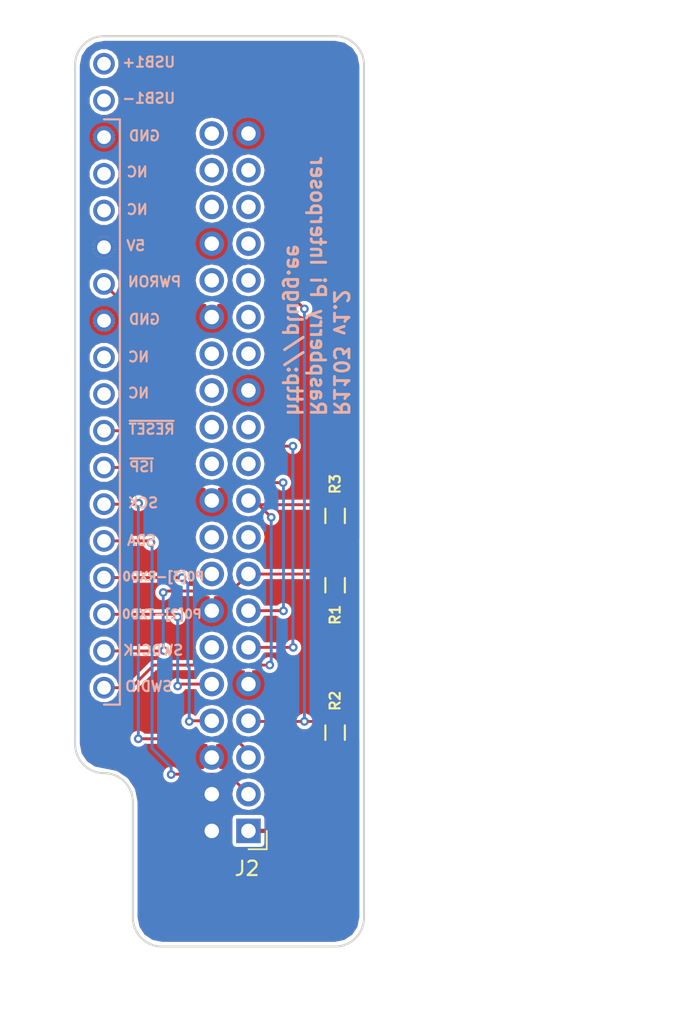
<source format=kicad_pcb>
(kicad_pcb (version 4) (host pcbnew 4.0.7-e2-6376~58~ubuntu14.04.1)

  (general
    (links 26)
    (no_connects 0)
    (area 125.924999 78.924999 146.075001 142.075001)
    (thickness 1.6)
    (drawings 13)
    (tracks 97)
    (zones 0)
    (modules 5)
    (nets 13)
  )

  (page A4)
  (layers
    (0 F.Cu signal hide)
    (31 B.Cu signal)
    (32 B.Adhes user)
    (33 F.Adhes user hide)
    (34 B.Paste user)
    (35 F.Paste user)
    (36 B.SilkS user)
    (37 F.SilkS user)
    (38 B.Mask user)
    (39 F.Mask user)
    (40 Dwgs.User user)
    (41 Cmts.User user)
    (42 Eco1.User user)
    (43 Eco2.User user)
    (44 Edge.Cuts user)
    (45 Margin user)
    (46 B.CrtYd user)
    (47 F.CrtYd user)
    (48 B.Fab user)
    (49 F.Fab user)
  )

  (setup
    (last_trace_width 0.2)
    (user_trace_width 0.2)
    (user_trace_width 0.3)
    (user_trace_width 0.5)
    (user_trace_width 1)
    (user_trace_width 1.5)
    (user_trace_width 2)
    (trace_clearance 0.2)
    (zone_clearance 0.25)
    (zone_45_only yes)
    (trace_min 0.2)
    (segment_width 0.2)
    (edge_width 0.15)
    (via_size 0.6)
    (via_drill 0.3)
    (via_min_size 0.4)
    (via_min_drill 0.3)
    (uvia_size 0.3)
    (uvia_drill 0.1)
    (uvias_allowed no)
    (uvia_min_size 0.2)
    (uvia_min_drill 0.1)
    (pcb_text_width 0.3)
    (pcb_text_size 1.5 1.5)
    (mod_edge_width 0.15)
    (mod_text_size 1 1)
    (mod_text_width 0.15)
    (pad_size 1.524 1.524)
    (pad_drill 0.762)
    (pad_to_mask_clearance 0.2)
    (aux_axis_origin 0 0)
    (visible_elements FFFFFF7F)
    (pcbplotparams
      (layerselection 0x010fc_80000001)
      (usegerberextensions false)
      (excludeedgelayer true)
      (linewidth 0.100000)
      (plotframeref false)
      (viasonmask false)
      (mode 1)
      (useauxorigin false)
      (hpglpennumber 1)
      (hpglpenspeed 20)
      (hpglpendiameter 15)
      (hpglpenoverlay 2)
      (psnegative false)
      (psa4output false)
      (plotreference true)
      (plotvalue true)
      (plotinvisibletext false)
      (padsonsilk false)
      (subtractmaskfromsilk false)
      (outputformat 1)
      (mirror false)
      (drillshape 0)
      (scaleselection 1)
      (outputdirectory Gerbers/))
  )

  (net 0 "")
  (net 1 GND)
  (net 2 /SCK)
  (net 3 /SDA)
  (net 4 +5V)
  (net 5 /BTN)
  (net 6 /~RESET~_BCM17)
  (net 7 /~ISP~_BCM27)
  (net 8 /SYSRXD0-RPiTX)
  (net 9 /SYSTXD0-RPiRX)
  (net 10 /SWDCLK_BCM22)
  (net 11 /SWDIO_BCM10)
  (net 12 +3.3VP)

  (net_class Default "This is the default net class."
    (clearance 0.2)
    (trace_width 0.2)
    (via_dia 0.6)
    (via_drill 0.3)
    (uvia_dia 0.3)
    (uvia_drill 0.1)
    (add_net +3.3VP)
    (add_net +5V)
    (add_net /BTN)
    (add_net /SCK)
    (add_net /SDA)
    (add_net /SWDCLK_BCM22)
    (add_net /SWDIO_BCM10)
    (add_net /SYSRXD0-RPiTX)
    (add_net /SYSTXD0-RPiRX)
    (add_net /~ISP~_BCM27)
    (add_net /~RESET~_BCM17)
    (add_net GND)
  )

  (module Main:COMPUTE_MOD_1 (layer B.Cu) (tedit 58E6AB64) (tstamp 58E1EAF7)
    (at 128 102.5)
    (path /58E1E7AC)
    (fp_text reference J1 (at -3.5 0 270) (layer B.SilkS) hide
      (effects (font (size 0.7 0.7) (thickness 0.15)) (justify mirror))
    )
    (fp_text value COMPUTE_MOD_1 (at -6.2 2.04) (layer B.Fab) hide
      (effects (font (size 0.2 0.2) (thickness 0.05)) (justify mirror))
    )
    (fp_text user USB1+ (at 3.1 -21.7) (layer B.SilkS)
      (effects (font (size 0.7 0.7) (thickness 0.15)) (justify mirror))
    )
    (fp_text user USB1- (at 3.1 -19.2) (layer B.SilkS)
      (effects (font (size 0.7 0.7) (thickness 0.15)) (justify mirror))
    )
    (fp_line (start 0 -17.74) (end 1.1 -17.74) (layer B.SilkS) (width 0.1524))
    (fp_line (start 1.1 -17.74) (end 1.1 -11.94) (layer B.SilkS) (width 0.1524))
    (fp_line (start 1.1 -11.94) (end 1.1 -6.54) (layer B.SilkS) (width 0.1524))
    (fp_line (start 1.1 -6.54) (end 1.1 -2.94) (layer B.SilkS) (width 0.1524))
    (fp_line (start 1.1 -2.94) (end 1.1 11.06) (layer B.SilkS) (width 0.1524))
    (fp_line (start 1.1 11.06) (end 1.1 21.56) (layer B.SilkS) (width 0.1524))
    (fp_line (start 1.1 21.56) (end 1.1 22.76) (layer B.SilkS) (width 0.1524))
    (fp_line (start 1.1 22.76) (end 0 22.76) (layer B.SilkS) (width 0.1524))
    (fp_text user SWDIO (at 3.1 21.5) (layer B.SilkS)
      (effects (font (size 0.7 0.7) (thickness 0.15)) (justify mirror))
    )
    (fp_text user SWDCLK (at 3.4 19) (layer B.SilkS)
      (effects (font (size 0.7 0.7) (thickness 0.15)) (justify mirror))
    )
    (fp_text user P0[2]-TXD0 (at 4 16.5) (layer B.SilkS)
      (effects (font (size 0.6 0.6) (thickness 0.15)) (justify mirror))
    )
    (fp_text user P0[3]-RXD0 (at 4.1 13.9) (layer B.SilkS)
      (effects (font (size 0.6 0.6) (thickness 0.15)) (justify mirror))
    )
    (fp_text user SDA (at 2.6 11.4) (layer B.SilkS)
      (effects (font (size 0.7 0.7) (thickness 0.15)) (justify mirror))
    )
    (fp_text user SCK (at 2.7 8.8) (layer B.SilkS)
      (effects (font (size 0.7 0.7) (thickness 0.15)) (justify mirror))
    )
    (fp_text user ~ISP (at 2.6 6.3) (layer B.SilkS)
      (effects (font (size 0.7 0.7) (thickness 0.15)) (justify mirror))
    )
    (fp_text user ~RESET (at 3.3 3.7) (layer B.SilkS)
      (effects (font (size 0.7 0.7) (thickness 0.15)) (justify mirror))
    )
    (fp_text user NC (at 2.4 1.2) (layer B.SilkS)
      (effects (font (size 0.7 0.7) (thickness 0.15)) (justify mirror))
    )
    (fp_text user NC (at 2.4 -1.3) (layer B.SilkS)
      (effects (font (size 0.7 0.7) (thickness 0.15)) (justify mirror))
    )
    (fp_text user GND (at 2.8 -3.9) (layer B.SilkS)
      (effects (font (size 0.7 0.7) (thickness 0.15)) (justify mirror))
    )
    (fp_text user PWRON (at 3.5 -6.5) (layer B.SilkS)
      (effects (font (size 0.7 0.7) (thickness 0.15)) (justify mirror))
    )
    (fp_text user 5V (at 2.2 -9) (layer B.SilkS)
      (effects (font (size 0.7 0.7) (thickness 0.15)) (justify mirror))
    )
    (fp_text user NC (at 2.3 -11.5) (layer B.SilkS)
      (effects (font (size 0.7 0.7) (thickness 0.15)) (justify mirror))
    )
    (fp_text user NC (at 2.3 -14.1) (layer B.SilkS)
      (effects (font (size 0.7 0.7) (thickness 0.15)) (justify mirror))
    )
    (fp_text user GND (at 2.8 -16.6) (layer B.SilkS)
      (effects (font (size 0.7 0.7) (thickness 0.15)) (justify mirror))
    )
    (fp_line (start -2 22.4) (end -2 -22.4) (layer B.CrtYd) (width 0.1524))
    (fp_line (start -2 -22.4) (end 2 -22.4) (layer B.CrtYd) (width 0.1524))
    (fp_line (start 2 -22.4) (end 2 22.4) (layer B.CrtYd) (width 0.1524))
    (fp_line (start 2 22.4) (end -2 22.4) (layer B.CrtYd) (width 0.1524))
    (pad 1 thru_hole circle (at 0 -16.51) (size 1.5 1.5) (drill 0.95) (layers *.Cu *.Mask)
      (net 1 GND))
    (pad 2 thru_hole circle (at 0 -13.97) (size 1.5 1.5) (drill 0.95) (layers *.Cu *.Mask))
    (pad 3 thru_hole circle (at 0 -11.43) (size 1.5 1.5) (drill 0.95) (layers *.Cu *.Mask))
    (pad 4 thru_hole circle (at 0 -8.89) (size 1.5 1.5) (drill 0.95) (layers *.Cu *.Mask)
      (net 4 +5V))
    (pad 5 thru_hole circle (at 0 -6.35) (size 1.5 1.5) (drill 0.95) (layers *.Cu *.Mask)
      (net 5 /BTN))
    (pad 6 thru_hole circle (at 0 -3.81) (size 1.5 1.5) (drill 0.95) (layers *.Cu *.Mask)
      (net 1 GND))
    (pad 7 thru_hole circle (at 0 -1.27) (size 1.5 1.5) (drill 0.95) (layers *.Cu *.Mask))
    (pad 8 thru_hole circle (at 0 1.27) (size 1.5 1.5) (drill 0.95) (layers *.Cu *.Mask))
    (pad 9 thru_hole circle (at 0 3.81) (size 1.5 1.5) (drill 0.95) (layers *.Cu *.Mask)
      (net 6 /~RESET~_BCM17))
    (pad 10 thru_hole circle (at 0 6.35) (size 1.5 1.5) (drill 0.95) (layers *.Cu *.Mask)
      (net 7 /~ISP~_BCM27))
    (pad 11 thru_hole circle (at 0 8.89) (size 1.5 1.5) (drill 0.95) (layers *.Cu *.Mask)
      (net 2 /SCK))
    (pad 12 thru_hole circle (at 0 11.43) (size 1.5 1.5) (drill 0.95) (layers *.Cu *.Mask)
      (net 3 /SDA))
    (pad 13 thru_hole circle (at 0 13.97) (size 1.5 1.5) (drill 0.95) (layers *.Cu *.Mask)
      (net 8 /SYSRXD0-RPiTX))
    (pad 14 thru_hole circle (at 0 16.51) (size 1.5 1.5) (drill 0.95) (layers *.Cu *.Mask)
      (net 9 /SYSTXD0-RPiRX))
    (pad 15 thru_hole circle (at 0 19.05) (size 1.5 1.5) (drill 0.95) (layers *.Cu *.Mask)
      (net 10 /SWDCLK_BCM22))
    (pad 16 thru_hole circle (at 0 21.59) (size 1.5 1.5) (drill 0.95) (layers *.Cu *.Mask)
      (net 11 /SWDIO_BCM10))
    (pad 17 thru_hole circle (at 0 -19.05) (size 1.5 1.5) (drill 0.95) (layers *.Cu *.Mask))
    (pad 18 thru_hole circle (at 0 -21.59) (size 1.5 1.5) (drill 0.95) (layers *.Cu *.Mask))
    (model main.3dshapes/COMPUTE_MOD_1.wrl
      (at (xyz 0 0 0))
      (scale (xyz 1 1 1))
      (rotate (xyz 0 0 0))
    )
  )

  (module Main:SOCKET254P-02X20 (layer F.Cu) (tedit 599E7602) (tstamp 599FC6C7)
    (at 138 134 180)
    (descr "Through hole angled pin header, 2x20, 2.54mm pitch, 6mm pin length, double rows")
    (tags "Through hole angled pin header THT 2x20 2.54mm double row")
    (path /599E784C)
    (fp_text reference J2 (at 0.1 -2.6 180) (layer F.SilkS)
      (effects (font (size 1 1) (thickness 0.15)))
    )
    (fp_text value SOCKET254P-02X20 (at 1.1 1.4 180) (layer F.Fab) hide
      (effects (font (size 0.127 0.127) (thickness 0.03175)))
    )
    (fp_line (start -1.27 0) (end -1.27 -1.27) (layer F.SilkS) (width 0.12))
    (fp_line (start -1.27 -1.27) (end 0 -1.27) (layer F.SilkS) (width 0.12))
    (fp_line (start -3.2 -5.5) (end -3.2 53.76) (layer F.CrtYd) (width 0.05))
    (fp_line (start -3.2 53.76) (end 5.74 53.76) (layer F.CrtYd) (width 0.05))
    (fp_line (start 5.74 53.76) (end 5.74 -5.5) (layer F.CrtYd) (width 0.05))
    (fp_line (start 5.74 -5.5) (end -3.2 -5.5) (layer F.CrtYd) (width 0.05))
    (pad 1 thru_hole rect (at 0 0 180) (size 1.7 1.7) (drill 1) (layers *.Cu *.Mask)
      (net 12 +3.3VP))
    (pad 2 thru_hole oval (at 2.54 0 180) (size 1.7 1.7) (drill 1) (layers *.Cu *.Mask)
      (net 4 +5V))
    (pad 3 thru_hole oval (at 0 2.54 180) (size 1.7 1.7) (drill 1) (layers *.Cu *.Mask)
      (net 3 /SDA))
    (pad 4 thru_hole oval (at 2.54 2.54 180) (size 1.7 1.7) (drill 1) (layers *.Cu *.Mask)
      (net 4 +5V))
    (pad 5 thru_hole oval (at 0 5.08 180) (size 1.7 1.7) (drill 1) (layers *.Cu *.Mask)
      (net 2 /SCK))
    (pad 6 thru_hole oval (at 2.54 5.08 180) (size 1.7 1.7) (drill 1) (layers *.Cu *.Mask)
      (net 1 GND))
    (pad 7 thru_hole oval (at 0 7.62 180) (size 1.7 1.7) (drill 1) (layers *.Cu *.Mask)
      (net 5 /BTN))
    (pad 8 thru_hole oval (at 2.54 7.62 180) (size 1.7 1.7) (drill 1) (layers *.Cu *.Mask)
      (net 8 /SYSRXD0-RPiTX))
    (pad 9 thru_hole oval (at 0 10.16 180) (size 1.7 1.7) (drill 1) (layers *.Cu *.Mask)
      (net 1 GND))
    (pad 10 thru_hole oval (at 2.54 10.16 180) (size 1.7 1.7) (drill 1) (layers *.Cu *.Mask)
      (net 9 /SYSTXD0-RPiRX))
    (pad 11 thru_hole oval (at 0 12.7 180) (size 1.7 1.7) (drill 1) (layers *.Cu *.Mask)
      (net 6 /~RESET~_BCM17))
    (pad 12 thru_hole oval (at 2.54 12.7 180) (size 1.7 1.7) (drill 1) (layers *.Cu *.Mask))
    (pad 13 thru_hole oval (at 0 15.24 180) (size 1.7 1.7) (drill 1) (layers *.Cu *.Mask)
      (net 7 /~ISP~_BCM27))
    (pad 14 thru_hole oval (at 2.54 15.24 180) (size 1.7 1.7) (drill 1) (layers *.Cu *.Mask)
      (net 1 GND))
    (pad 15 thru_hole oval (at 0 17.78 180) (size 1.7 1.7) (drill 1) (layers *.Cu *.Mask)
      (net 10 /SWDCLK_BCM22))
    (pad 16 thru_hole oval (at 2.54 17.78 180) (size 1.7 1.7) (drill 1) (layers *.Cu *.Mask))
    (pad 17 thru_hole oval (at 0 20.32 180) (size 1.7 1.7) (drill 1) (layers *.Cu *.Mask))
    (pad 18 thru_hole oval (at 2.54 20.32 180) (size 1.7 1.7) (drill 1) (layers *.Cu *.Mask))
    (pad 19 thru_hole oval (at 0 22.86 180) (size 1.7 1.7) (drill 1) (layers *.Cu *.Mask)
      (net 11 /SWDIO_BCM10))
    (pad 20 thru_hole oval (at 2.54 22.86 180) (size 1.7 1.7) (drill 1) (layers *.Cu *.Mask)
      (net 1 GND))
    (pad 21 thru_hole oval (at 0 25.4 180) (size 1.7 1.7) (drill 1) (layers *.Cu *.Mask))
    (pad 22 thru_hole oval (at 2.54 25.4 180) (size 1.7 1.7) (drill 1) (layers *.Cu *.Mask))
    (pad 23 thru_hole oval (at 0 27.94 180) (size 1.7 1.7) (drill 1) (layers *.Cu *.Mask))
    (pad 24 thru_hole oval (at 2.54 27.94 180) (size 1.7 1.7) (drill 1) (layers *.Cu *.Mask))
    (pad 25 thru_hole oval (at 0 30.48 180) (size 1.7 1.7) (drill 1) (layers *.Cu *.Mask)
      (net 1 GND))
    (pad 26 thru_hole oval (at 2.54 30.48 180) (size 1.7 1.7) (drill 1) (layers *.Cu *.Mask))
    (pad 27 thru_hole oval (at 0 33.02 180) (size 1.7 1.7) (drill 1) (layers *.Cu *.Mask))
    (pad 28 thru_hole oval (at 2.54 33.02 180) (size 1.7 1.7) (drill 1) (layers *.Cu *.Mask))
    (pad 29 thru_hole oval (at 0 35.56 180) (size 1.7 1.7) (drill 1) (layers *.Cu *.Mask))
    (pad 30 thru_hole oval (at 2.54 35.56 180) (size 1.7 1.7) (drill 1) (layers *.Cu *.Mask)
      (net 1 GND))
    (pad 31 thru_hole oval (at 0 38.1 180) (size 1.7 1.7) (drill 1) (layers *.Cu *.Mask))
    (pad 32 thru_hole oval (at 2.54 38.1 180) (size 1.7 1.7) (drill 1) (layers *.Cu *.Mask))
    (pad 33 thru_hole oval (at 0 40.64 180) (size 1.7 1.7) (drill 1) (layers *.Cu *.Mask))
    (pad 34 thru_hole oval (at 2.54 40.64 180) (size 1.7 1.7) (drill 1) (layers *.Cu *.Mask)
      (net 1 GND))
    (pad 35 thru_hole oval (at 0 43.18 180) (size 1.7 1.7) (drill 1) (layers *.Cu *.Mask))
    (pad 36 thru_hole oval (at 2.54 43.18 180) (size 1.7 1.7) (drill 1) (layers *.Cu *.Mask))
    (pad 37 thru_hole oval (at 0 45.72 180) (size 1.7 1.7) (drill 1) (layers *.Cu *.Mask))
    (pad 38 thru_hole oval (at 2.54 45.72 180) (size 1.7 1.7) (drill 1) (layers *.Cu *.Mask))
    (pad 39 thru_hole oval (at 0 48.26 180) (size 1.7 1.7) (drill 1) (layers *.Cu *.Mask)
      (net 1 GND))
    (pad 40 thru_hole oval (at 2.54 48.26 180) (size 1.7 1.7) (drill 1) (layers *.Cu *.Mask))
    (model main.3dshapes/SOCKET254P-02X20-RA.wrl
      (at (xyz 0 0 0))
      (scale (xyz 1 1 1))
      (rotate (xyz 0 0 0))
    )
  )

  (module Main:RESC0603 (layer F.Cu) (tedit 599FCA90) (tstamp 599FC6D3)
    (at 144 117 270)
    (descr "Resistor SMD 0603, reflow soldering, Vishay (see dcrcw.pdf)")
    (tags "resistor 0603")
    (path /599FFF9B)
    (attr smd)
    (fp_text reference R1 (at 2.05 0 270) (layer F.SilkS)
      (effects (font (size 0.7 0.7) (thickness 0.15)))
    )
    (fp_text value RC0603FR-0710KL (at 0 0.508 270) (layer F.Fab)
      (effects (font (size 0.127 0.127) (thickness 0.03)))
    )
    (fp_line (start -1.3 -0.8) (end 1.3 -0.8) (layer F.CrtYd) (width 0.05))
    (fp_line (start -1.3 0.8) (end 1.3 0.8) (layer F.CrtYd) (width 0.05))
    (fp_line (start -1.3 -0.8) (end -1.3 0.8) (layer F.CrtYd) (width 0.05))
    (fp_line (start 1.3 -0.8) (end 1.3 0.8) (layer F.CrtYd) (width 0.05))
    (fp_line (start 0.5 0.675) (end -0.5 0.675) (layer F.SilkS) (width 0.15))
    (fp_line (start -0.5 -0.675) (end 0.5 -0.675) (layer F.SilkS) (width 0.15))
    (pad 1 smd rect (at -0.7745 0 270) (size 0.787 0.864) (layers F.Cu F.Paste F.Mask)
      (net 10 /SWDCLK_BCM22))
    (pad 2 smd rect (at 0.7745 0 270) (size 0.787 0.864) (layers F.Cu F.Paste F.Mask)
      (net 1 GND))
    (model main.3dshapes/RESC0603.wrl
      (at (xyz 0 0 0))
      (scale (xyz 1 1 1))
      (rotate (xyz 0 0 0))
    )
  )

  (module Main:RESC0603 (layer F.Cu) (tedit 599FC9E2) (tstamp 599FC6DF)
    (at 144 127.2 90)
    (descr "Resistor SMD 0603, reflow soldering, Vishay (see dcrcw.pdf)")
    (tags "resistor 0603")
    (path /599FFD40)
    (attr smd)
    (fp_text reference R2 (at 2.2 0 90) (layer F.SilkS)
      (effects (font (size 0.7 0.7) (thickness 0.15)))
    )
    (fp_text value RC0603FR-0710KL (at 0 0.508 90) (layer F.Fab)
      (effects (font (size 0.127 0.127) (thickness 0.03)))
    )
    (fp_line (start -1.3 -0.8) (end 1.3 -0.8) (layer F.CrtYd) (width 0.05))
    (fp_line (start -1.3 0.8) (end 1.3 0.8) (layer F.CrtYd) (width 0.05))
    (fp_line (start -1.3 -0.8) (end -1.3 0.8) (layer F.CrtYd) (width 0.05))
    (fp_line (start 1.3 -0.8) (end 1.3 0.8) (layer F.CrtYd) (width 0.05))
    (fp_line (start 0.5 0.675) (end -0.5 0.675) (layer F.SilkS) (width 0.15))
    (fp_line (start -0.5 -0.675) (end 0.5 -0.675) (layer F.SilkS) (width 0.15))
    (pad 1 smd rect (at -0.7745 0 90) (size 0.787 0.864) (layers F.Cu F.Paste F.Mask)
      (net 12 +3.3VP))
    (pad 2 smd rect (at 0.7745 0 90) (size 0.787 0.864) (layers F.Cu F.Paste F.Mask)
      (net 5 /BTN))
    (model main.3dshapes/RESC0603.wrl
      (at (xyz 0 0 0))
      (scale (xyz 1 1 1))
      (rotate (xyz 0 0 0))
    )
  )

  (module Main:RESC0603 (layer F.Cu) (tedit 599FCA7B) (tstamp 599FC6EB)
    (at 144 112.2 90)
    (descr "Resistor SMD 0603, reflow soldering, Vishay (see dcrcw.pdf)")
    (tags "resistor 0603")
    (path /59A00569)
    (attr smd)
    (fp_text reference R3 (at 2.2 0 90) (layer F.SilkS)
      (effects (font (size 0.7 0.7) (thickness 0.15)))
    )
    (fp_text value RC0603FR-0710KL (at 0 0.508 90) (layer F.Fab)
      (effects (font (size 0.127 0.127) (thickness 0.03)))
    )
    (fp_line (start -1.3 -0.8) (end 1.3 -0.8) (layer F.CrtYd) (width 0.05))
    (fp_line (start -1.3 0.8) (end 1.3 0.8) (layer F.CrtYd) (width 0.05))
    (fp_line (start -1.3 -0.8) (end -1.3 0.8) (layer F.CrtYd) (width 0.05))
    (fp_line (start 1.3 -0.8) (end 1.3 0.8) (layer F.CrtYd) (width 0.05))
    (fp_line (start 0.5 0.675) (end -0.5 0.675) (layer F.SilkS) (width 0.15))
    (fp_line (start -0.5 -0.675) (end 0.5 -0.675) (layer F.SilkS) (width 0.15))
    (pad 1 smd rect (at -0.7745 0 90) (size 0.787 0.864) (layers F.Cu F.Paste F.Mask)
      (net 12 +3.3VP))
    (pad 2 smd rect (at 0.7745 0 90) (size 0.787 0.864) (layers F.Cu F.Paste F.Mask)
      (net 11 /SWDIO_BCM10))
    (model main.3dshapes/RESC0603.wrl
      (at (xyz 0 0 0))
      (scale (xyz 1 1 1))
      (rotate (xyz 0 0 0))
    )
  )

  (gr_line (start 142.4 142) (end 142.45 142) (angle 90) (layer Edge.Cuts) (width 0.15))
  (gr_line (start 132 142) (end 144 142) (angle 90) (layer Edge.Cuts) (width 0.15))
  (gr_arc (start 132 140) (end 132 142) (angle 90) (layer Edge.Cuts) (width 0.15) (tstamp 599FC8DC))
  (gr_line (start 130 132) (end 130 140) (angle 90) (layer Edge.Cuts) (width 0.15))
  (gr_arc (start 128 132) (end 130 132) (angle -90) (layer Edge.Cuts) (width 0.15))
  (gr_text "R1103 v1.2\nRaspberry Pi Interposer\nhttp://plugg.ee" (at 142.8 105.4 270) (layer B.SilkS)
    (effects (font (size 1 1) (thickness 0.2)) (justify left mirror))
  )
  (gr_arc (start 128 128) (end 128 130) (angle 90) (layer Edge.Cuts) (width 0.15) (tstamp 58E1F2CC))
  (gr_arc (start 144 140) (end 144 142) (angle -90) (layer Edge.Cuts) (width 0.15) (tstamp 58E1F2AA))
  (gr_line (start 146 81) (end 146 140) (angle 90) (layer Edge.Cuts) (width 0.15))
  (gr_arc (start 144 81) (end 144 79) (angle 90) (layer Edge.Cuts) (width 0.15) (tstamp 58E1F20F))
  (gr_line (start 128 79) (end 144 79) (angle 90) (layer Edge.Cuts) (width 0.15))
  (gr_arc (start 128 81) (end 126 81) (angle 90) (layer Edge.Cuts) (width 0.15))
  (gr_line (start 126 81) (end 126 128) (angle 90) (layer Edge.Cuts) (width 0.15))

  (segment (start 128 111.39) (end 130.335 111.39) (width 0.2) (layer F.Cu) (net 2))
  (segment (start 137.1 127.625) (end 138 128.525) (width 0.2) (layer F.Cu) (net 2) (tstamp 59F8124E))
  (segment (start 130.375 127.625) (end 137.1 127.625) (width 0.2) (layer F.Cu) (net 2) (tstamp 59F8124D))
  (via (at 130.375 127.625) (size 0.6) (drill 0.3) (layers F.Cu B.Cu) (net 2))
  (segment (start 130.375 111.35) (end 130.375 127.625) (width 0.2) (layer B.Cu) (net 2) (tstamp 59F81243))
  (segment (start 130.4 111.325) (end 130.375 111.35) (width 0.2) (layer B.Cu) (net 2) (tstamp 59F81242))
  (via (at 130.4 111.325) (size 0.6) (drill 0.3) (layers F.Cu B.Cu) (net 2))
  (segment (start 130.335 111.39) (end 130.4 111.325) (width 0.2) (layer F.Cu) (net 2) (tstamp 59F8123E))
  (segment (start 138 128.525) (end 138 128.92) (width 0.2) (layer F.Cu) (net 2) (tstamp 59F81251))
  (segment (start 128 113.93) (end 131.13 113.93) (width 0.2) (layer F.Cu) (net 3))
  (segment (start 136.615 130.075) (end 138 131.46) (width 0.2) (layer F.Cu) (net 3) (tstamp 59F81235))
  (segment (start 132.675 130.075) (end 136.615 130.075) (width 0.2) (layer F.Cu) (net 3) (tstamp 59F81230))
  (segment (start 132.65 130.1) (end 132.675 130.075) (width 0.2) (layer F.Cu) (net 3) (tstamp 59F8122F))
  (via (at 132.65 130.1) (size 0.6) (drill 0.3) (layers F.Cu B.Cu) (net 3))
  (segment (start 132.65 129.6) (end 132.65 130.1) (width 0.2) (layer B.Cu) (net 3) (tstamp 59F81229))
  (segment (start 131.325 128.275) (end 132.65 129.6) (width 0.2) (layer B.Cu) (net 3) (tstamp 59F81226))
  (segment (start 131.325 114.125) (end 131.325 128.275) (width 0.2) (layer B.Cu) (net 3) (tstamp 59F81224))
  (segment (start 131.25 114.05) (end 131.325 114.125) (width 0.2) (layer B.Cu) (net 3) (tstamp 59F81223))
  (via (at 131.25 114.05) (size 0.6) (drill 0.3) (layers F.Cu B.Cu) (net 3))
  (segment (start 131.13 113.93) (end 131.25 114.05) (width 0.2) (layer F.Cu) (net 3) (tstamp 59F8121F))
  (segment (start 128 96.15) (end 129.025 97.175) (width 0.2) (layer F.Cu) (net 5))
  (via (at 141.875 126.425) (size 0.6) (drill 0.3) (layers F.Cu B.Cu) (net 5))
  (segment (start 141.875 97.875) (end 141.875 126.425) (width 0.2) (layer B.Cu) (net 5) (tstamp 59F812A9))
  (via (at 141.875 97.875) (size 0.6) (drill 0.3) (layers F.Cu B.Cu) (net 5))
  (segment (start 141.175 97.175) (end 141.875 97.875) (width 0.2) (layer F.Cu) (net 5) (tstamp 59F812A2))
  (segment (start 129.025 97.175) (end 141.175 97.175) (width 0.2) (layer F.Cu) (net 5) (tstamp 59F81295))
  (segment (start 141.875 126.425) (end 141.875 126.4255) (width 0.2) (layer F.Cu) (net 5) (tstamp 59F812B4))
  (segment (start 141.875 126.4255) (end 141.875 126.425) (width 0.2) (layer F.Cu) (net 5) (tstamp 59F812B5))
  (segment (start 141.875 126.425) (end 141.875 126.4255) (width 0.2) (layer F.Cu) (net 5) (tstamp 59F812B7))
  (segment (start 144 126.4255) (end 141.875 126.4255) (width 0.2) (layer F.Cu) (net 5))
  (segment (start 141.875 126.4255) (end 138.0455 126.4255) (width 0.2) (layer F.Cu) (net 5) (tstamp 59F812B8))
  (segment (start 138.0455 126.4255) (end 138 126.38) (width 0.2) (layer F.Cu) (net 5) (tstamp 59F8119C))
  (segment (start 128 106.31) (end 130.385 106.31) (width 0.2) (layer F.Cu) (net 6))
  (segment (start 141.1 121.3) (end 138 121.3) (width 0.2) (layer F.Cu) (net 6) (tstamp 59F8128D))
  (via (at 141.1 121.3) (size 0.6) (drill 0.3) (layers F.Cu B.Cu) (net 6))
  (segment (start 141.075 121.275) (end 141.1 121.3) (width 0.2) (layer B.Cu) (net 6) (tstamp 59F81285))
  (segment (start 141.075 107.375) (end 141.075 121.275) (width 0.2) (layer B.Cu) (net 6) (tstamp 59F81284))
  (via (at 141.075 107.375) (size 0.6) (drill 0.3) (layers F.Cu B.Cu) (net 6))
  (segment (start 131.45 107.375) (end 141.075 107.375) (width 0.2) (layer F.Cu) (net 6) (tstamp 59F8127C))
  (segment (start 130.385 106.31) (end 131.45 107.375) (width 0.2) (layer F.Cu) (net 6) (tstamp 59F81279))
  (segment (start 128 108.85) (end 132.275 108.85) (width 0.2) (layer F.Cu) (net 7))
  (segment (start 140.41 118.76) (end 138 118.76) (width 0.2) (layer F.Cu) (net 7) (tstamp 59F81274))
  (segment (start 140.425 118.775) (end 140.41 118.76) (width 0.2) (layer F.Cu) (net 7) (tstamp 59F81273))
  (via (at 140.425 118.775) (size 0.6) (drill 0.3) (layers F.Cu B.Cu) (net 7))
  (segment (start 140.425 109.925) (end 140.425 118.775) (width 0.2) (layer B.Cu) (net 7) (tstamp 59F8126E))
  (segment (start 140.4 109.9) (end 140.425 109.925) (width 0.2) (layer B.Cu) (net 7) (tstamp 59F8126D))
  (via (at 140.4 109.9) (size 0.6) (drill 0.3) (layers F.Cu B.Cu) (net 7))
  (segment (start 133.325 109.9) (end 140.4 109.9) (width 0.2) (layer F.Cu) (net 7) (tstamp 59F81266))
  (segment (start 132.275 108.85) (end 133.325 109.9) (width 0.2) (layer F.Cu) (net 7) (tstamp 59F81265))
  (segment (start 135.46 126.38) (end 133.945 126.38) (width 0.2) (layer F.Cu) (net 8))
  (segment (start 133.395 116.47) (end 128 116.47) (width 0.2) (layer F.Cu) (net 8) (tstamp 59F81214))
  (segment (start 133.4 116.475) (end 133.395 116.47) (width 0.2) (layer F.Cu) (net 8) (tstamp 59F81213))
  (via (at 133.4 116.475) (size 0.6) (drill 0.3) (layers F.Cu B.Cu) (net 8))
  (segment (start 133.8 116.875) (end 133.4 116.475) (width 0.2) (layer B.Cu) (net 8) (tstamp 59F8120F))
  (segment (start 133.8 122.6) (end 133.8 116.875) (width 0.2) (layer B.Cu) (net 8) (tstamp 59F8120C))
  (segment (start 133.9 122.7) (end 133.8 122.6) (width 0.2) (layer B.Cu) (net 8) (tstamp 59F8120B))
  (segment (start 133.9 126.425) (end 133.9 122.7) (width 0.2) (layer B.Cu) (net 8) (tstamp 59F8120A))
  (via (at 133.9 126.425) (size 0.6) (drill 0.3) (layers F.Cu B.Cu) (net 8))
  (segment (start 133.945 126.38) (end 133.9 126.425) (width 0.2) (layer F.Cu) (net 8) (tstamp 59F81204))
  (segment (start 135.46 123.84) (end 133.235 123.84) (width 0.2) (layer F.Cu) (net 9))
  (segment (start 133.1 123.975) (end 133.1 119.2) (width 0.2) (layer B.Cu) (net 9) (tstamp 59F81201))
  (via (at 133.1 123.975) (size 0.6) (drill 0.3) (layers F.Cu B.Cu) (net 9))
  (segment (start 133.235 123.84) (end 133.1 123.975) (width 0.2) (layer F.Cu) (net 9) (tstamp 59F811FD))
  (segment (start 132.91 119.01) (end 128 119.01) (width 0.2) (layer F.Cu) (net 9) (tstamp 59F811B3))
  (segment (start 133.1 119.2) (end 132.91 119.01) (width 0.2) (layer F.Cu) (net 9) (tstamp 59F811B2))
  (via (at 133.1 119.2) (size 0.6) (drill 0.3) (layers F.Cu B.Cu) (net 9))
  (segment (start 133.125 119.2) (end 133.1 119.2) (width 0.2) (layer B.Cu) (net 9) (tstamp 59F811AF))
  (segment (start 128 121.55) (end 132.125 121.55) (width 0.2) (layer F.Cu) (net 10))
  (segment (start 136.82 117.4) (end 138 116.22) (width 0.2) (layer F.Cu) (net 10) (tstamp 59F811C2))
  (segment (start 132.2 117.4) (end 136.82 117.4) (width 0.2) (layer F.Cu) (net 10) (tstamp 59F811C1))
  (segment (start 132.1 117.5) (end 132.2 117.4) (width 0.2) (layer F.Cu) (net 10) (tstamp 59F811C0))
  (via (at 132.1 117.5) (size 0.6) (drill 0.3) (layers F.Cu B.Cu) (net 10))
  (segment (start 132.1 121.475) (end 132.1 117.5) (width 0.2) (layer B.Cu) (net 10) (tstamp 59F811BE))
  (segment (start 132.15 121.525) (end 132.1 121.475) (width 0.2) (layer B.Cu) (net 10) (tstamp 59F811BD))
  (via (at 132.15 121.525) (size 0.6) (drill 0.3) (layers F.Cu B.Cu) (net 10))
  (segment (start 132.125 121.55) (end 132.15 121.525) (width 0.2) (layer F.Cu) (net 10) (tstamp 59F811B7))
  (segment (start 144 116.2255) (end 138.0055 116.2255) (width 0.2) (layer F.Cu) (net 10))
  (segment (start 138.0055 116.2255) (end 138 116.22) (width 0.2) (layer F.Cu) (net 10) (tstamp 59F81193))
  (segment (start 128 124.09) (end 129.885 124.09) (width 0.2) (layer F.Cu) (net 11))
  (segment (start 139.575 112.3) (end 138.415 111.14) (width 0.2) (layer F.Cu) (net 11) (tstamp 59F811D9))
  (via (at 139.575 112.3) (size 0.6) (drill 0.3) (layers F.Cu B.Cu) (net 11))
  (segment (start 139.575 122.425) (end 139.575 112.3) (width 0.2) (layer B.Cu) (net 11) (tstamp 59F811D7))
  (segment (start 139.475 122.525) (end 139.575 122.425) (width 0.2) (layer B.Cu) (net 11) (tstamp 59F811D6))
  (via (at 139.475 122.525) (size 0.6) (drill 0.3) (layers F.Cu B.Cu) (net 11))
  (segment (start 131.45 122.525) (end 139.475 122.525) (width 0.2) (layer F.Cu) (net 11) (tstamp 59F811CE))
  (segment (start 129.885 124.09) (end 131.45 122.525) (width 0.2) (layer F.Cu) (net 11) (tstamp 59F811CD))
  (segment (start 138.415 111.14) (end 138 111.14) (width 0.2) (layer F.Cu) (net 11) (tstamp 59F811DA))
  (segment (start 144 111.4255) (end 138.2855 111.4255) (width 0.2) (layer F.Cu) (net 11))
  (segment (start 138.2855 111.4255) (end 138 111.14) (width 0.2) (layer F.Cu) (net 11) (tstamp 59F81189))
  (segment (start 144 112.9745) (end 144.1745 112.9745) (width 0.3) (layer F.Cu) (net 12))
  (segment (start 144.1745 112.9745) (end 145.2 114) (width 0.3) (layer F.Cu) (net 12) (tstamp 59F8116D))
  (segment (start 145.2 114) (end 145.2 127.4) (width 0.3) (layer F.Cu) (net 12) (tstamp 59F81170))
  (segment (start 145.2 127.4) (end 144.6255 127.9745) (width 0.3) (layer F.Cu) (net 12) (tstamp 59F81172))
  (segment (start 144.6255 127.9745) (end 144 127.9745) (width 0.3) (layer F.Cu) (net 12) (tstamp 59F81179))
  (segment (start 138 134) (end 142.4 134) (width 0.3) (layer F.Cu) (net 12))
  (segment (start 144 132.4) (end 144 127.9745) (width 0.3) (layer F.Cu) (net 12) (tstamp 59F8115B))
  (segment (start 142.4 134) (end 144 132.4) (width 0.3) (layer F.Cu) (net 12) (tstamp 59F81156))

  (zone (net 4) (net_name +5V) (layer B.Cu) (tstamp 58E1F2E3) (hatch edge 0.508)
    (connect_pads (clearance 0.25))
    (min_thickness 0.2)
    (fill yes (arc_segments 16) (thermal_gap 0) (thermal_bridge_width 0.25))
    (polygon
      (pts
        (xy 120.8 76.5) (xy 120.8 147.3) (xy 169 147.3) (xy 168.9 76.5) (xy 121 76.5)
      )
    )
    (filled_polygon
      (pts
        (xy 144.599541 79.552583) (xy 145.107806 79.892194) (xy 145.447418 80.40046) (xy 145.575 81.04186) (xy 145.575 139.95814)
        (xy 145.447418 140.59954) (xy 145.107806 141.107806) (xy 144.599541 141.447417) (xy 143.95814 141.575) (xy 132.04186 141.575)
        (xy 131.40046 141.447418) (xy 130.892194 141.107806) (xy 130.552583 140.599541) (xy 130.425 139.95814) (xy 130.425 134.173253)
        (xy 134.525932 134.173253) (xy 134.530729 134.197388) (xy 134.677003 134.537979) (xy 134.942481 134.796668) (xy 135.286746 134.934071)
        (xy 135.435 134.924674) (xy 135.435 134.025) (xy 135.485 134.025) (xy 135.485 134.924674) (xy 135.633254 134.934071)
        (xy 135.977519 134.796668) (xy 136.242997 134.537979) (xy 136.389271 134.197388) (xy 136.394068 134.173253) (xy 136.384662 134.025)
        (xy 135.485 134.025) (xy 135.435 134.025) (xy 134.535338 134.025) (xy 134.525932 134.173253) (xy 130.425 134.173253)
        (xy 130.425 133.826747) (xy 134.525932 133.826747) (xy 134.535338 133.975) (xy 135.435 133.975) (xy 135.435 133.075326)
        (xy 135.485 133.075326) (xy 135.485 133.975) (xy 136.384662 133.975) (xy 136.394068 133.826747) (xy 136.389271 133.802612)
        (xy 136.242997 133.462021) (xy 135.977519 133.203332) (xy 135.843895 133.15) (xy 136.793144 133.15) (xy 136.793144 134.85)
        (xy 136.817549 134.979702) (xy 136.894203 135.098825) (xy 137.011163 135.178741) (xy 137.15 135.206856) (xy 138.85 135.206856)
        (xy 138.979702 135.182451) (xy 139.098825 135.105797) (xy 139.178741 134.988837) (xy 139.206856 134.85) (xy 139.206856 133.15)
        (xy 139.182451 133.020298) (xy 139.105797 132.901175) (xy 138.988837 132.821259) (xy 138.85 132.793144) (xy 137.15 132.793144)
        (xy 137.020298 132.817549) (xy 136.901175 132.894203) (xy 136.821259 133.011163) (xy 136.793144 133.15) (xy 135.843895 133.15)
        (xy 135.633254 133.065929) (xy 135.485 133.075326) (xy 135.435 133.075326) (xy 135.286746 133.065929) (xy 134.942481 133.203332)
        (xy 134.677003 133.462021) (xy 134.530729 133.802612) (xy 134.525932 133.826747) (xy 130.425 133.826747) (xy 130.425 132)
        (xy 130.416834 131.958947) (xy 130.416834 131.917086) (xy 130.360377 131.633253) (xy 134.525932 131.633253) (xy 134.530729 131.657388)
        (xy 134.677003 131.997979) (xy 134.942481 132.256668) (xy 135.286746 132.394071) (xy 135.435 132.384674) (xy 135.435 131.485)
        (xy 135.485 131.485) (xy 135.485 132.384674) (xy 135.633254 132.394071) (xy 135.977519 132.256668) (xy 136.242997 131.997979)
        (xy 136.389271 131.657388) (xy 136.394068 131.633253) (xy 136.384662 131.485) (xy 135.485 131.485) (xy 135.435 131.485)
        (xy 134.535338 131.485) (xy 134.525932 131.633253) (xy 130.360377 131.633253) (xy 130.325915 131.46) (xy 136.776491 131.46)
        (xy 136.867836 131.91922) (xy 137.127963 132.308528) (xy 137.517271 132.568655) (xy 137.976491 132.66) (xy 138.023509 132.66)
        (xy 138.482729 132.568655) (xy 138.872037 132.308528) (xy 139.132164 131.91922) (xy 139.223509 131.46) (xy 139.132164 131.00078)
        (xy 138.872037 130.611472) (xy 138.482729 130.351345) (xy 138.023509 130.26) (xy 137.976491 130.26) (xy 137.517271 130.351345)
        (xy 137.127963 130.611472) (xy 136.867836 131.00078) (xy 136.776491 131.46) (xy 130.325915 131.46) (xy 130.291452 131.286747)
        (xy 134.525932 131.286747) (xy 134.535338 131.435) (xy 135.435 131.435) (xy 135.435 130.535326) (xy 135.485 130.535326)
        (xy 135.485 131.435) (xy 136.384662 131.435) (xy 136.394068 131.286747) (xy 136.389271 131.262612) (xy 136.242997 130.922021)
        (xy 135.977519 130.663332) (xy 135.633254 130.525929) (xy 135.485 130.535326) (xy 135.435 130.535326) (xy 135.286746 130.525929)
        (xy 134.942481 130.663332) (xy 134.677003 130.922021) (xy 134.530729 131.262612) (xy 134.525932 131.286747) (xy 130.291452 131.286747)
        (xy 130.264593 131.15172) (xy 130.201134 130.998516) (xy 129.767589 130.349669) (xy 129.650331 130.232411) (xy 129.001484 129.798866)
        (xy 128.848281 129.735407) (xy 128.84828 129.735407) (xy 128.082913 129.583166) (xy 127.40046 129.447418) (xy 126.892194 129.107806)
        (xy 126.552583 128.599541) (xy 126.425 127.95814) (xy 126.425 127.753726) (xy 129.724888 127.753726) (xy 129.823636 127.992714)
        (xy 130.006324 128.175722) (xy 130.24514 128.274887) (xy 130.503726 128.275112) (xy 130.742714 128.176364) (xy 130.875 128.044309)
        (xy 130.875 128.275) (xy 130.909254 128.447208) (xy 130.964073 128.52925) (xy 131.006802 128.593198) (xy 132.122123 129.708519)
        (xy 132.099278 129.731324) (xy 132.000113 129.97014) (xy 131.999888 130.228726) (xy 132.098636 130.467714) (xy 132.281324 130.650722)
        (xy 132.52014 130.749887) (xy 132.778726 130.750112) (xy 133.017714 130.651364) (xy 133.200722 130.468676) (xy 133.299887 130.22986)
        (xy 133.300112 129.971274) (xy 133.201364 129.732286) (xy 133.1 129.630744) (xy 133.1 129.6) (xy 133.065746 129.427792)
        (xy 132.968198 129.281802) (xy 132.606396 128.92) (xy 134.236491 128.92) (xy 134.327836 129.37922) (xy 134.587963 129.768528)
        (xy 134.977271 130.028655) (xy 135.436491 130.12) (xy 135.483509 130.12) (xy 135.942729 130.028655) (xy 136.332037 129.768528)
        (xy 136.592164 129.37922) (xy 136.683509 128.92) (xy 136.776491 128.92) (xy 136.867836 129.37922) (xy 137.127963 129.768528)
        (xy 137.517271 130.028655) (xy 137.976491 130.12) (xy 138.023509 130.12) (xy 138.482729 130.028655) (xy 138.872037 129.768528)
        (xy 139.132164 129.37922) (xy 139.223509 128.92) (xy 139.132164 128.46078) (xy 138.872037 128.071472) (xy 138.482729 127.811345)
        (xy 138.023509 127.72) (xy 137.976491 127.72) (xy 137.517271 127.811345) (xy 137.127963 128.071472) (xy 136.867836 128.46078)
        (xy 136.776491 128.92) (xy 136.683509 128.92) (xy 136.592164 128.46078) (xy 136.332037 128.071472) (xy 135.942729 127.811345)
        (xy 135.483509 127.72) (xy 135.436491 127.72) (xy 134.977271 127.811345) (xy 134.587963 128.071472) (xy 134.327836 128.46078)
        (xy 134.236491 128.92) (xy 132.606396 128.92) (xy 131.775 128.088604) (xy 131.775 122.069387) (xy 131.781324 122.075722)
        (xy 132.02014 122.174887) (xy 132.278726 122.175112) (xy 132.517714 122.076364) (xy 132.65 121.944309) (xy 132.65 123.505778)
        (xy 132.549278 123.606324) (xy 132.450113 123.84514) (xy 132.449888 124.103726) (xy 132.548636 124.342714) (xy 132.731324 124.525722)
        (xy 132.97014 124.624887) (xy 133.228726 124.625112) (xy 133.45 124.533683) (xy 133.45 125.955778) (xy 133.349278 126.056324)
        (xy 133.250113 126.29514) (xy 133.249888 126.553726) (xy 133.348636 126.792714) (xy 133.531324 126.975722) (xy 133.77014 127.074887)
        (xy 134.028726 127.075112) (xy 134.267714 126.976364) (xy 134.35875 126.885487) (xy 134.587963 127.228528) (xy 134.977271 127.488655)
        (xy 135.436491 127.58) (xy 135.483509 127.58) (xy 135.942729 127.488655) (xy 136.332037 127.228528) (xy 136.592164 126.83922)
        (xy 136.683509 126.38) (xy 136.776491 126.38) (xy 136.867836 126.83922) (xy 137.127963 127.228528) (xy 137.517271 127.488655)
        (xy 137.976491 127.58) (xy 138.023509 127.58) (xy 138.482729 127.488655) (xy 138.872037 127.228528) (xy 139.132164 126.83922)
        (xy 139.223509 126.38) (xy 139.132164 125.92078) (xy 138.872037 125.531472) (xy 138.482729 125.271345) (xy 138.023509 125.18)
        (xy 137.976491 125.18) (xy 137.517271 125.271345) (xy 137.127963 125.531472) (xy 136.867836 125.92078) (xy 136.776491 126.38)
        (xy 136.683509 126.38) (xy 136.592164 125.92078) (xy 136.332037 125.531472) (xy 135.942729 125.271345) (xy 135.483509 125.18)
        (xy 135.436491 125.18) (xy 134.977271 125.271345) (xy 134.587963 125.531472) (xy 134.35 125.887609) (xy 134.35 124.332391)
        (xy 134.587963 124.688528) (xy 134.977271 124.948655) (xy 135.436491 125.04) (xy 135.483509 125.04) (xy 135.942729 124.948655)
        (xy 136.332037 124.688528) (xy 136.592164 124.29922) (xy 136.683509 123.84) (xy 136.776491 123.84) (xy 136.867836 124.29922)
        (xy 137.127963 124.688528) (xy 137.517271 124.948655) (xy 137.976491 125.04) (xy 138.023509 125.04) (xy 138.482729 124.948655)
        (xy 138.872037 124.688528) (xy 139.132164 124.29922) (xy 139.223509 123.84) (xy 139.132164 123.38078) (xy 138.872037 122.991472)
        (xy 138.482729 122.731345) (xy 138.023509 122.64) (xy 137.976491 122.64) (xy 137.517271 122.731345) (xy 137.127963 122.991472)
        (xy 136.867836 123.38078) (xy 136.776491 123.84) (xy 136.683509 123.84) (xy 136.592164 123.38078) (xy 136.332037 122.991472)
        (xy 135.942729 122.731345) (xy 135.483509 122.64) (xy 135.436491 122.64) (xy 134.977271 122.731345) (xy 134.587963 122.991472)
        (xy 134.35 123.347609) (xy 134.35 122.7) (xy 134.315746 122.527792) (xy 134.25 122.429397) (xy 134.25 121.367914)
        (xy 134.327836 121.75922) (xy 134.587963 122.148528) (xy 134.977271 122.408655) (xy 135.436491 122.5) (xy 135.483509 122.5)
        (xy 135.942729 122.408655) (xy 136.332037 122.148528) (xy 136.592164 121.75922) (xy 136.683509 121.3) (xy 136.592164 120.84078)
        (xy 136.332037 120.451472) (xy 135.942729 120.191345) (xy 135.483509 120.1) (xy 135.436491 120.1) (xy 134.977271 120.191345)
        (xy 134.587963 120.451472) (xy 134.327836 120.84078) (xy 134.25 121.232086) (xy 134.25 118.827914) (xy 134.327836 119.21922)
        (xy 134.587963 119.608528) (xy 134.977271 119.868655) (xy 135.436491 119.96) (xy 135.483509 119.96) (xy 135.942729 119.868655)
        (xy 136.332037 119.608528) (xy 136.592164 119.21922) (xy 136.683509 118.76) (xy 136.592164 118.30078) (xy 136.332037 117.911472)
        (xy 135.942729 117.651345) (xy 135.483509 117.56) (xy 135.436491 117.56) (xy 134.977271 117.651345) (xy 134.587963 117.911472)
        (xy 134.327836 118.30078) (xy 134.25 118.692086) (xy 134.25 116.875) (xy 134.215746 116.702792) (xy 134.118198 116.556802)
        (xy 134.049988 116.488592) (xy 134.050112 116.346274) (xy 133.997937 116.22) (xy 134.236491 116.22) (xy 134.327836 116.67922)
        (xy 134.587963 117.068528) (xy 134.977271 117.328655) (xy 135.436491 117.42) (xy 135.483509 117.42) (xy 135.942729 117.328655)
        (xy 136.332037 117.068528) (xy 136.592164 116.67922) (xy 136.683509 116.22) (xy 136.592164 115.76078) (xy 136.332037 115.371472)
        (xy 135.942729 115.111345) (xy 135.483509 115.02) (xy 135.436491 115.02) (xy 134.977271 115.111345) (xy 134.587963 115.371472)
        (xy 134.327836 115.76078) (xy 134.236491 116.22) (xy 133.997937 116.22) (xy 133.951364 116.107286) (xy 133.768676 115.924278)
        (xy 133.52986 115.825113) (xy 133.271274 115.824888) (xy 133.032286 115.923636) (xy 132.849278 116.106324) (xy 132.750113 116.34514)
        (xy 132.749888 116.603726) (xy 132.848636 116.842714) (xy 133.031324 117.025722) (xy 133.27014 117.124887) (xy 133.35 117.124956)
        (xy 133.35 118.599999) (xy 133.22986 118.550113) (xy 132.971274 118.549888) (xy 132.732286 118.648636) (xy 132.55 118.830603)
        (xy 132.55 117.969222) (xy 132.650722 117.868676) (xy 132.749887 117.62986) (xy 132.750112 117.371274) (xy 132.651364 117.132286)
        (xy 132.468676 116.949278) (xy 132.22986 116.850113) (xy 131.971274 116.849888) (xy 131.775 116.930987) (xy 131.775 114.444353)
        (xy 131.800722 114.418676) (xy 131.899887 114.17986) (xy 131.900112 113.921274) (xy 131.801364 113.682286) (xy 131.799082 113.68)
        (xy 134.236491 113.68) (xy 134.327836 114.13922) (xy 134.587963 114.528528) (xy 134.977271 114.788655) (xy 135.436491 114.88)
        (xy 135.483509 114.88) (xy 135.942729 114.788655) (xy 136.332037 114.528528) (xy 136.592164 114.13922) (xy 136.683509 113.68)
        (xy 136.776491 113.68) (xy 136.867836 114.13922) (xy 137.127963 114.528528) (xy 137.517271 114.788655) (xy 137.976491 114.88)
        (xy 138.023509 114.88) (xy 138.482729 114.788655) (xy 138.872037 114.528528) (xy 139.125 114.149942) (xy 139.125 115.750058)
        (xy 138.872037 115.371472) (xy 138.482729 115.111345) (xy 138.023509 115.02) (xy 137.976491 115.02) (xy 137.517271 115.111345)
        (xy 137.127963 115.371472) (xy 136.867836 115.76078) (xy 136.776491 116.22) (xy 136.867836 116.67922) (xy 137.127963 117.068528)
        (xy 137.517271 117.328655) (xy 137.976491 117.42) (xy 138.023509 117.42) (xy 138.482729 117.328655) (xy 138.872037 117.068528)
        (xy 139.125 116.689942) (xy 139.125 118.290058) (xy 138.872037 117.911472) (xy 138.482729 117.651345) (xy 138.023509 117.56)
        (xy 137.976491 117.56) (xy 137.517271 117.651345) (xy 137.127963 117.911472) (xy 136.867836 118.30078) (xy 136.776491 118.76)
        (xy 136.867836 119.21922) (xy 137.127963 119.608528) (xy 137.517271 119.868655) (xy 137.976491 119.96) (xy 138.023509 119.96)
        (xy 138.482729 119.868655) (xy 138.872037 119.608528) (xy 139.125 119.229942) (xy 139.125 120.830058) (xy 138.872037 120.451472)
        (xy 138.482729 120.191345) (xy 138.023509 120.1) (xy 137.976491 120.1) (xy 137.517271 120.191345) (xy 137.127963 120.451472)
        (xy 136.867836 120.84078) (xy 136.776491 121.3) (xy 136.867836 121.75922) (xy 137.127963 122.148528) (xy 137.517271 122.408655)
        (xy 137.976491 122.5) (xy 138.023509 122.5) (xy 138.482729 122.408655) (xy 138.872037 122.148528) (xy 139.125 121.769942)
        (xy 139.125 121.966317) (xy 139.107286 121.973636) (xy 138.924278 122.156324) (xy 138.825113 122.39514) (xy 138.824888 122.653726)
        (xy 138.923636 122.892714) (xy 139.106324 123.075722) (xy 139.34514 123.174887) (xy 139.603726 123.175112) (xy 139.842714 123.076364)
        (xy 140.025722 122.893676) (xy 140.124887 122.65486) (xy 140.125112 122.396274) (xy 140.026364 122.157286) (xy 140.025 122.15592)
        (xy 140.025 119.294343) (xy 140.056324 119.325722) (xy 140.29514 119.424887) (xy 140.553726 119.425112) (xy 140.625 119.395662)
        (xy 140.625 120.855734) (xy 140.549278 120.931324) (xy 140.450113 121.17014) (xy 140.449888 121.428726) (xy 140.548636 121.667714)
        (xy 140.731324 121.850722) (xy 140.97014 121.949887) (xy 141.228726 121.950112) (xy 141.425 121.869013) (xy 141.425 125.955778)
        (xy 141.324278 126.056324) (xy 141.225113 126.29514) (xy 141.224888 126.553726) (xy 141.323636 126.792714) (xy 141.506324 126.975722)
        (xy 141.74514 127.074887) (xy 142.003726 127.075112) (xy 142.242714 126.976364) (xy 142.425722 126.793676) (xy 142.524887 126.55486)
        (xy 142.525112 126.296274) (xy 142.426364 126.057286) (xy 142.325 125.955744) (xy 142.325 98.344222) (xy 142.425722 98.243676)
        (xy 142.524887 98.00486) (xy 142.525112 97.746274) (xy 142.426364 97.507286) (xy 142.243676 97.324278) (xy 142.00486 97.225113)
        (xy 141.746274 97.224888) (xy 141.507286 97.323636) (xy 141.324278 97.506324) (xy 141.225113 97.74514) (xy 141.224888 98.003726)
        (xy 141.323636 98.242714) (xy 141.425 98.344256) (xy 141.425 106.816523) (xy 141.20486 106.725113) (xy 140.946274 106.724888)
        (xy 140.707286 106.823636) (xy 140.524278 107.006324) (xy 140.425113 107.24514) (xy 140.424888 107.503726) (xy 140.523636 107.742714)
        (xy 140.625 107.844256) (xy 140.625 109.289619) (xy 140.52986 109.250113) (xy 140.271274 109.249888) (xy 140.032286 109.348636)
        (xy 139.849278 109.531324) (xy 139.750113 109.77014) (xy 139.749888 110.028726) (xy 139.848636 110.267714) (xy 139.975 110.394299)
        (xy 139.975 111.780657) (xy 139.943676 111.749278) (xy 139.70486 111.650113) (xy 139.446274 111.649888) (xy 139.207286 111.748636)
        (xy 139.024278 111.931324) (xy 138.925113 112.17014) (xy 138.924888 112.428726) (xy 139.023636 112.667714) (xy 139.125 112.769256)
        (xy 139.125 113.210058) (xy 138.872037 112.831472) (xy 138.482729 112.571345) (xy 138.023509 112.48) (xy 137.976491 112.48)
        (xy 137.517271 112.571345) (xy 137.127963 112.831472) (xy 136.867836 113.22078) (xy 136.776491 113.68) (xy 136.683509 113.68)
        (xy 136.592164 113.22078) (xy 136.332037 112.831472) (xy 135.942729 112.571345) (xy 135.483509 112.48) (xy 135.436491 112.48)
        (xy 134.977271 112.571345) (xy 134.587963 112.831472) (xy 134.327836 113.22078) (xy 134.236491 113.68) (xy 131.799082 113.68)
        (xy 131.618676 113.499278) (xy 131.37986 113.400113) (xy 131.121274 113.399888) (xy 130.882286 113.498636) (xy 130.825 113.555822)
        (xy 130.825 111.819178) (xy 130.950722 111.693676) (xy 131.049887 111.45486) (xy 131.050112 111.196274) (xy 131.026861 111.14)
        (xy 134.236491 111.14) (xy 134.327836 111.59922) (xy 134.587963 111.988528) (xy 134.977271 112.248655) (xy 135.436491 112.34)
        (xy 135.483509 112.34) (xy 135.942729 112.248655) (xy 136.332037 111.988528) (xy 136.592164 111.59922) (xy 136.683509 111.14)
        (xy 136.776491 111.14) (xy 136.867836 111.59922) (xy 137.127963 111.988528) (xy 137.517271 112.248655) (xy 137.976491 112.34)
        (xy 138.023509 112.34) (xy 138.482729 112.248655) (xy 138.872037 111.988528) (xy 139.132164 111.59922) (xy 139.223509 111.14)
        (xy 139.132164 110.68078) (xy 138.872037 110.291472) (xy 138.482729 110.031345) (xy 138.023509 109.94) (xy 137.976491 109.94)
        (xy 137.517271 110.031345) (xy 137.127963 110.291472) (xy 136.867836 110.68078) (xy 136.776491 111.14) (xy 136.683509 111.14)
        (xy 136.592164 110.68078) (xy 136.332037 110.291472) (xy 135.942729 110.031345) (xy 135.483509 109.94) (xy 135.436491 109.94)
        (xy 134.977271 110.031345) (xy 134.587963 110.291472) (xy 134.327836 110.68078) (xy 134.236491 111.14) (xy 131.026861 111.14)
        (xy 130.951364 110.957286) (xy 130.768676 110.774278) (xy 130.52986 110.675113) (xy 130.271274 110.674888) (xy 130.032286 110.773636)
        (xy 129.849278 110.956324) (xy 129.750113 111.19514) (xy 129.749888 111.453726) (xy 129.848636 111.692714) (xy 129.925 111.769212)
        (xy 129.925 127.155778) (xy 129.824278 127.256324) (xy 129.725113 127.49514) (xy 129.724888 127.753726) (xy 126.425 127.753726)
        (xy 126.425 124.307844) (xy 126.89981 124.307844) (xy 127.066922 124.712286) (xy 127.376087 125.021991) (xy 127.780237 125.189808)
        (xy 128.217844 125.19019) (xy 128.622286 125.023078) (xy 128.931991 124.713913) (xy 129.099808 124.309763) (xy 129.10019 123.872156)
        (xy 128.933078 123.467714) (xy 128.623913 123.158009) (xy 128.219763 122.990192) (xy 127.782156 122.98981) (xy 127.377714 123.156922)
        (xy 127.068009 123.466087) (xy 126.900192 123.870237) (xy 126.89981 124.307844) (xy 126.425 124.307844) (xy 126.425 121.767844)
        (xy 126.89981 121.767844) (xy 127.066922 122.172286) (xy 127.376087 122.481991) (xy 127.780237 122.649808) (xy 128.217844 122.65019)
        (xy 128.622286 122.483078) (xy 128.931991 122.173913) (xy 129.099808 121.769763) (xy 129.10019 121.332156) (xy 128.933078 120.927714)
        (xy 128.623913 120.618009) (xy 128.219763 120.450192) (xy 127.782156 120.44981) (xy 127.377714 120.616922) (xy 127.068009 120.926087)
        (xy 126.900192 121.330237) (xy 126.89981 121.767844) (xy 126.425 121.767844) (xy 126.425 119.227844) (xy 126.89981 119.227844)
        (xy 127.066922 119.632286) (xy 127.376087 119.941991) (xy 127.780237 120.109808) (xy 128.217844 120.11019) (xy 128.622286 119.943078)
        (xy 128.931991 119.633913) (xy 129.099808 119.229763) (xy 129.10019 118.792156) (xy 128.933078 118.387714) (xy 128.623913 118.078009)
        (xy 128.219763 117.910192) (xy 127.782156 117.90981) (xy 127.377714 118.076922) (xy 127.068009 118.386087) (xy 126.900192 118.790237)
        (xy 126.89981 119.227844) (xy 126.425 119.227844) (xy 126.425 116.687844) (xy 126.89981 116.687844) (xy 127.066922 117.092286)
        (xy 127.376087 117.401991) (xy 127.780237 117.569808) (xy 128.217844 117.57019) (xy 128.622286 117.403078) (xy 128.931991 117.093913)
        (xy 129.099808 116.689763) (xy 129.10019 116.252156) (xy 128.933078 115.847714) (xy 128.623913 115.538009) (xy 128.219763 115.370192)
        (xy 127.782156 115.36981) (xy 127.377714 115.536922) (xy 127.068009 115.846087) (xy 126.900192 116.250237) (xy 126.89981 116.687844)
        (xy 126.425 116.687844) (xy 126.425 114.147844) (xy 126.89981 114.147844) (xy 127.066922 114.552286) (xy 127.376087 114.861991)
        (xy 127.780237 115.029808) (xy 128.217844 115.03019) (xy 128.622286 114.863078) (xy 128.931991 114.553913) (xy 129.099808 114.149763)
        (xy 129.10019 113.712156) (xy 128.933078 113.307714) (xy 128.623913 112.998009) (xy 128.219763 112.830192) (xy 127.782156 112.82981)
        (xy 127.377714 112.996922) (xy 127.068009 113.306087) (xy 126.900192 113.710237) (xy 126.89981 114.147844) (xy 126.425 114.147844)
        (xy 126.425 111.607844) (xy 126.89981 111.607844) (xy 127.066922 112.012286) (xy 127.376087 112.321991) (xy 127.780237 112.489808)
        (xy 128.217844 112.49019) (xy 128.622286 112.323078) (xy 128.931991 112.013913) (xy 129.099808 111.609763) (xy 129.10019 111.172156)
        (xy 128.933078 110.767714) (xy 128.623913 110.458009) (xy 128.219763 110.290192) (xy 127.782156 110.28981) (xy 127.377714 110.456922)
        (xy 127.068009 110.766087) (xy 126.900192 111.170237) (xy 126.89981 111.607844) (xy 126.425 111.607844) (xy 126.425 109.067844)
        (xy 126.89981 109.067844) (xy 127.066922 109.472286) (xy 127.376087 109.781991) (xy 127.780237 109.949808) (xy 128.217844 109.95019)
        (xy 128.622286 109.783078) (xy 128.931991 109.473913) (xy 129.099808 109.069763) (xy 129.10019 108.632156) (xy 129.086904 108.6)
        (xy 134.236491 108.6) (xy 134.327836 109.05922) (xy 134.587963 109.448528) (xy 134.977271 109.708655) (xy 135.436491 109.8)
        (xy 135.483509 109.8) (xy 135.942729 109.708655) (xy 136.332037 109.448528) (xy 136.592164 109.05922) (xy 136.683509 108.6)
        (xy 136.776491 108.6) (xy 136.867836 109.05922) (xy 137.127963 109.448528) (xy 137.517271 109.708655) (xy 137.976491 109.8)
        (xy 138.023509 109.8) (xy 138.482729 109.708655) (xy 138.872037 109.448528) (xy 139.132164 109.05922) (xy 139.223509 108.6)
        (xy 139.132164 108.14078) (xy 138.872037 107.751472) (xy 138.482729 107.491345) (xy 138.023509 107.4) (xy 137.976491 107.4)
        (xy 137.517271 107.491345) (xy 137.127963 107.751472) (xy 136.867836 108.14078) (xy 136.776491 108.6) (xy 136.683509 108.6)
        (xy 136.592164 108.14078) (xy 136.332037 107.751472) (xy 135.942729 107.491345) (xy 135.483509 107.4) (xy 135.436491 107.4)
        (xy 134.977271 107.491345) (xy 134.587963 107.751472) (xy 134.327836 108.14078) (xy 134.236491 108.6) (xy 129.086904 108.6)
        (xy 128.933078 108.227714) (xy 128.623913 107.918009) (xy 128.219763 107.750192) (xy 127.782156 107.74981) (xy 127.377714 107.916922)
        (xy 127.068009 108.226087) (xy 126.900192 108.630237) (xy 126.89981 109.067844) (xy 126.425 109.067844) (xy 126.425 106.527844)
        (xy 126.89981 106.527844) (xy 127.066922 106.932286) (xy 127.376087 107.241991) (xy 127.780237 107.409808) (xy 128.217844 107.41019)
        (xy 128.622286 107.243078) (xy 128.931991 106.933913) (xy 129.099808 106.529763) (xy 129.10019 106.092156) (xy 129.086904 106.06)
        (xy 134.236491 106.06) (xy 134.327836 106.51922) (xy 134.587963 106.908528) (xy 134.977271 107.168655) (xy 135.436491 107.26)
        (xy 135.483509 107.26) (xy 135.942729 107.168655) (xy 136.332037 106.908528) (xy 136.592164 106.51922) (xy 136.683509 106.06)
        (xy 136.776491 106.06) (xy 136.867836 106.51922) (xy 137.127963 106.908528) (xy 137.517271 107.168655) (xy 137.976491 107.26)
        (xy 138.023509 107.26) (xy 138.482729 107.168655) (xy 138.872037 106.908528) (xy 139.132164 106.51922) (xy 139.223509 106.06)
        (xy 139.132164 105.60078) (xy 138.872037 105.211472) (xy 138.482729 104.951345) (xy 138.023509 104.86) (xy 137.976491 104.86)
        (xy 137.517271 104.951345) (xy 137.127963 105.211472) (xy 136.867836 105.60078) (xy 136.776491 106.06) (xy 136.683509 106.06)
        (xy 136.592164 105.60078) (xy 136.332037 105.211472) (xy 135.942729 104.951345) (xy 135.483509 104.86) (xy 135.436491 104.86)
        (xy 134.977271 104.951345) (xy 134.587963 105.211472) (xy 134.327836 105.60078) (xy 134.236491 106.06) (xy 129.086904 106.06)
        (xy 128.933078 105.687714) (xy 128.623913 105.378009) (xy 128.219763 105.210192) (xy 127.782156 105.20981) (xy 127.377714 105.376922)
        (xy 127.068009 105.686087) (xy 126.900192 106.090237) (xy 126.89981 106.527844) (xy 126.425 106.527844) (xy 126.425 103.987844)
        (xy 126.89981 103.987844) (xy 127.066922 104.392286) (xy 127.376087 104.701991) (xy 127.780237 104.869808) (xy 128.217844 104.87019)
        (xy 128.622286 104.703078) (xy 128.931991 104.393913) (xy 129.099808 103.989763) (xy 129.10019 103.552156) (xy 129.086904 103.52)
        (xy 134.236491 103.52) (xy 134.327836 103.97922) (xy 134.587963 104.368528) (xy 134.977271 104.628655) (xy 135.436491 104.72)
        (xy 135.483509 104.72) (xy 135.942729 104.628655) (xy 136.332037 104.368528) (xy 136.592164 103.97922) (xy 136.683509 103.52)
        (xy 136.776491 103.52) (xy 136.867836 103.97922) (xy 137.127963 104.368528) (xy 137.517271 104.628655) (xy 137.976491 104.72)
        (xy 138.023509 104.72) (xy 138.482729 104.628655) (xy 138.872037 104.368528) (xy 139.132164 103.97922) (xy 139.223509 103.52)
        (xy 139.132164 103.06078) (xy 138.872037 102.671472) (xy 138.482729 102.411345) (xy 138.023509 102.32) (xy 137.976491 102.32)
        (xy 137.517271 102.411345) (xy 137.127963 102.671472) (xy 136.867836 103.06078) (xy 136.776491 103.52) (xy 136.683509 103.52)
        (xy 136.592164 103.06078) (xy 136.332037 102.671472) (xy 135.942729 102.411345) (xy 135.483509 102.32) (xy 135.436491 102.32)
        (xy 134.977271 102.411345) (xy 134.587963 102.671472) (xy 134.327836 103.06078) (xy 134.236491 103.52) (xy 129.086904 103.52)
        (xy 128.933078 103.147714) (xy 128.623913 102.838009) (xy 128.219763 102.670192) (xy 127.782156 102.66981) (xy 127.377714 102.836922)
        (xy 127.068009 103.146087) (xy 126.900192 103.550237) (xy 126.89981 103.987844) (xy 126.425 103.987844) (xy 126.425 101.447844)
        (xy 126.89981 101.447844) (xy 127.066922 101.852286) (xy 127.376087 102.161991) (xy 127.780237 102.329808) (xy 128.217844 102.33019)
        (xy 128.622286 102.163078) (xy 128.931991 101.853913) (xy 129.099808 101.449763) (xy 129.10019 101.012156) (xy 129.086904 100.98)
        (xy 134.236491 100.98) (xy 134.327836 101.43922) (xy 134.587963 101.828528) (xy 134.977271 102.088655) (xy 135.436491 102.18)
        (xy 135.483509 102.18) (xy 135.942729 102.088655) (xy 136.332037 101.828528) (xy 136.592164 101.43922) (xy 136.683509 100.98)
        (xy 136.776491 100.98) (xy 136.867836 101.43922) (xy 137.127963 101.828528) (xy 137.517271 102.088655) (xy 137.976491 102.18)
        (xy 138.023509 102.18) (xy 138.482729 102.088655) (xy 138.872037 101.828528) (xy 139.132164 101.43922) (xy 139.223509 100.98)
        (xy 139.132164 100.52078) (xy 138.872037 100.131472) (xy 138.482729 99.871345) (xy 138.023509 99.78) (xy 137.976491 99.78)
        (xy 137.517271 99.871345) (xy 137.127963 100.131472) (xy 136.867836 100.52078) (xy 136.776491 100.98) (xy 136.683509 100.98)
        (xy 136.592164 100.52078) (xy 136.332037 100.131472) (xy 135.942729 99.871345) (xy 135.483509 99.78) (xy 135.436491 99.78)
        (xy 134.977271 99.871345) (xy 134.587963 100.131472) (xy 134.327836 100.52078) (xy 134.236491 100.98) (xy 129.086904 100.98)
        (xy 128.933078 100.607714) (xy 128.623913 100.298009) (xy 128.219763 100.130192) (xy 127.782156 100.12981) (xy 127.377714 100.296922)
        (xy 127.068009 100.606087) (xy 126.900192 101.010237) (xy 126.89981 101.447844) (xy 126.425 101.447844) (xy 126.425 98.907844)
        (xy 126.89981 98.907844) (xy 127.066922 99.312286) (xy 127.376087 99.621991) (xy 127.780237 99.789808) (xy 128.217844 99.79019)
        (xy 128.622286 99.623078) (xy 128.931991 99.313913) (xy 129.099808 98.909763) (xy 129.10019 98.472156) (xy 129.086904 98.44)
        (xy 134.236491 98.44) (xy 134.327836 98.89922) (xy 134.587963 99.288528) (xy 134.977271 99.548655) (xy 135.436491 99.64)
        (xy 135.483509 99.64) (xy 135.942729 99.548655) (xy 136.332037 99.288528) (xy 136.592164 98.89922) (xy 136.683509 98.44)
        (xy 136.776491 98.44) (xy 136.867836 98.89922) (xy 137.127963 99.288528) (xy 137.517271 99.548655) (xy 137.976491 99.64)
        (xy 138.023509 99.64) (xy 138.482729 99.548655) (xy 138.872037 99.288528) (xy 139.132164 98.89922) (xy 139.223509 98.44)
        (xy 139.132164 97.98078) (xy 138.872037 97.591472) (xy 138.482729 97.331345) (xy 138.023509 97.24) (xy 137.976491 97.24)
        (xy 137.517271 97.331345) (xy 137.127963 97.591472) (xy 136.867836 97.98078) (xy 136.776491 98.44) (xy 136.683509 98.44)
        (xy 136.592164 97.98078) (xy 136.332037 97.591472) (xy 135.942729 97.331345) (xy 135.483509 97.24) (xy 135.436491 97.24)
        (xy 134.977271 97.331345) (xy 134.587963 97.591472) (xy 134.327836 97.98078) (xy 134.236491 98.44) (xy 129.086904 98.44)
        (xy 128.933078 98.067714) (xy 128.623913 97.758009) (xy 128.219763 97.590192) (xy 127.782156 97.58981) (xy 127.377714 97.756922)
        (xy 127.068009 98.066087) (xy 126.900192 98.470237) (xy 126.89981 98.907844) (xy 126.425 98.907844) (xy 126.425 96.367844)
        (xy 126.89981 96.367844) (xy 127.066922 96.772286) (xy 127.376087 97.081991) (xy 127.780237 97.249808) (xy 128.217844 97.25019)
        (xy 128.622286 97.083078) (xy 128.931991 96.773913) (xy 129.099808 96.369763) (xy 129.10019 95.932156) (xy 129.086904 95.9)
        (xy 134.236491 95.9) (xy 134.327836 96.35922) (xy 134.587963 96.748528) (xy 134.977271 97.008655) (xy 135.436491 97.1)
        (xy 135.483509 97.1) (xy 135.942729 97.008655) (xy 136.332037 96.748528) (xy 136.592164 96.35922) (xy 136.683509 95.9)
        (xy 136.776491 95.9) (xy 136.867836 96.35922) (xy 137.127963 96.748528) (xy 137.517271 97.008655) (xy 137.976491 97.1)
        (xy 138.023509 97.1) (xy 138.482729 97.008655) (xy 138.872037 96.748528) (xy 139.132164 96.35922) (xy 139.223509 95.9)
        (xy 139.132164 95.44078) (xy 138.872037 95.051472) (xy 138.482729 94.791345) (xy 138.023509 94.7) (xy 137.976491 94.7)
        (xy 137.517271 94.791345) (xy 137.127963 95.051472) (xy 136.867836 95.44078) (xy 136.776491 95.9) (xy 136.683509 95.9)
        (xy 136.592164 95.44078) (xy 136.332037 95.051472) (xy 135.942729 94.791345) (xy 135.483509 94.7) (xy 135.436491 94.7)
        (xy 134.977271 94.791345) (xy 134.587963 95.051472) (xy 134.327836 95.44078) (xy 134.236491 95.9) (xy 129.086904 95.9)
        (xy 128.933078 95.527714) (xy 128.623913 95.218009) (xy 128.219763 95.050192) (xy 127.782156 95.04981) (xy 127.377714 95.216922)
        (xy 127.068009 95.526087) (xy 126.900192 95.930237) (xy 126.89981 96.367844) (xy 126.425 96.367844) (xy 126.425 94.222553)
        (xy 127.422802 94.222553) (xy 127.511032 94.325539) (xy 127.822078 94.458192) (xy 128.16021 94.461715) (xy 128.473952 94.335573)
        (xy 128.488968 94.325539) (xy 128.577198 94.222553) (xy 128 93.645355) (xy 127.422802 94.222553) (xy 126.425 94.222553)
        (xy 126.425 93.77021) (xy 127.148285 93.77021) (xy 127.274427 94.083952) (xy 127.284461 94.098968) (xy 127.387447 94.187198)
        (xy 127.964645 93.61) (xy 128.035355 93.61) (xy 128.612553 94.187198) (xy 128.715539 94.098968) (xy 128.848192 93.787922)
        (xy 128.851715 93.44979) (xy 128.815615 93.36) (xy 134.236491 93.36) (xy 134.327836 93.81922) (xy 134.587963 94.208528)
        (xy 134.977271 94.468655) (xy 135.436491 94.56) (xy 135.483509 94.56) (xy 135.942729 94.468655) (xy 136.332037 94.208528)
        (xy 136.592164 93.81922) (xy 136.683509 93.36) (xy 136.776491 93.36) (xy 136.867836 93.81922) (xy 137.127963 94.208528)
        (xy 137.517271 94.468655) (xy 137.976491 94.56) (xy 138.023509 94.56) (xy 138.482729 94.468655) (xy 138.872037 94.208528)
        (xy 139.132164 93.81922) (xy 139.223509 93.36) (xy 139.132164 92.90078) (xy 138.872037 92.511472) (xy 138.482729 92.251345)
        (xy 138.023509 92.16) (xy 137.976491 92.16) (xy 137.517271 92.251345) (xy 137.127963 92.511472) (xy 136.867836 92.90078)
        (xy 136.776491 93.36) (xy 136.683509 93.36) (xy 136.592164 92.90078) (xy 136.332037 92.511472) (xy 135.942729 92.251345)
        (xy 135.483509 92.16) (xy 135.436491 92.16) (xy 134.977271 92.251345) (xy 134.587963 92.511472) (xy 134.327836 92.90078)
        (xy 134.236491 93.36) (xy 128.815615 93.36) (xy 128.725573 93.136048) (xy 128.715539 93.121032) (xy 128.612553 93.032802)
        (xy 128.035355 93.61) (xy 127.964645 93.61) (xy 127.387447 93.032802) (xy 127.284461 93.121032) (xy 127.151808 93.432078)
        (xy 127.148285 93.77021) (xy 126.425 93.77021) (xy 126.425 92.997447) (xy 127.422802 92.997447) (xy 128 93.574645)
        (xy 128.577198 92.997447) (xy 128.488968 92.894461) (xy 128.177922 92.761808) (xy 127.83979 92.758285) (xy 127.526048 92.884427)
        (xy 127.511032 92.894461) (xy 127.422802 92.997447) (xy 126.425 92.997447) (xy 126.425 91.287844) (xy 126.89981 91.287844)
        (xy 127.066922 91.692286) (xy 127.376087 92.001991) (xy 127.780237 92.169808) (xy 128.217844 92.17019) (xy 128.622286 92.003078)
        (xy 128.931991 91.693913) (xy 129.099808 91.289763) (xy 129.10019 90.852156) (xy 129.086904 90.82) (xy 134.236491 90.82)
        (xy 134.327836 91.27922) (xy 134.587963 91.668528) (xy 134.977271 91.928655) (xy 135.436491 92.02) (xy 135.483509 92.02)
        (xy 135.942729 91.928655) (xy 136.332037 91.668528) (xy 136.592164 91.27922) (xy 136.683509 90.82) (xy 136.776491 90.82)
        (xy 136.867836 91.27922) (xy 137.127963 91.668528) (xy 137.517271 91.928655) (xy 137.976491 92.02) (xy 138.023509 92.02)
        (xy 138.482729 91.928655) (xy 138.872037 91.668528) (xy 139.132164 91.27922) (xy 139.223509 90.82) (xy 139.132164 90.36078)
        (xy 138.872037 89.971472) (xy 138.482729 89.711345) (xy 138.023509 89.62) (xy 137.976491 89.62) (xy 137.517271 89.711345)
        (xy 137.127963 89.971472) (xy 136.867836 90.36078) (xy 136.776491 90.82) (xy 136.683509 90.82) (xy 136.592164 90.36078)
        (xy 136.332037 89.971472) (xy 135.942729 89.711345) (xy 135.483509 89.62) (xy 135.436491 89.62) (xy 134.977271 89.711345)
        (xy 134.587963 89.971472) (xy 134.327836 90.36078) (xy 134.236491 90.82) (xy 129.086904 90.82) (xy 128.933078 90.447714)
        (xy 128.623913 90.138009) (xy 128.219763 89.970192) (xy 127.782156 89.96981) (xy 127.377714 90.136922) (xy 127.068009 90.446087)
        (xy 126.900192 90.850237) (xy 126.89981 91.287844) (xy 126.425 91.287844) (xy 126.425 88.747844) (xy 126.89981 88.747844)
        (xy 127.066922 89.152286) (xy 127.376087 89.461991) (xy 127.780237 89.629808) (xy 128.217844 89.63019) (xy 128.622286 89.463078)
        (xy 128.931991 89.153913) (xy 129.099808 88.749763) (xy 129.10019 88.312156) (xy 129.086904 88.28) (xy 134.236491 88.28)
        (xy 134.327836 88.73922) (xy 134.587963 89.128528) (xy 134.977271 89.388655) (xy 135.436491 89.48) (xy 135.483509 89.48)
        (xy 135.942729 89.388655) (xy 136.332037 89.128528) (xy 136.592164 88.73922) (xy 136.683509 88.28) (xy 136.776491 88.28)
        (xy 136.867836 88.73922) (xy 137.127963 89.128528) (xy 137.517271 89.388655) (xy 137.976491 89.48) (xy 138.023509 89.48)
        (xy 138.482729 89.388655) (xy 138.872037 89.128528) (xy 139.132164 88.73922) (xy 139.223509 88.28) (xy 139.132164 87.82078)
        (xy 138.872037 87.431472) (xy 138.482729 87.171345) (xy 138.023509 87.08) (xy 137.976491 87.08) (xy 137.517271 87.171345)
        (xy 137.127963 87.431472) (xy 136.867836 87.82078) (xy 136.776491 88.28) (xy 136.683509 88.28) (xy 136.592164 87.82078)
        (xy 136.332037 87.431472) (xy 135.942729 87.171345) (xy 135.483509 87.08) (xy 135.436491 87.08) (xy 134.977271 87.171345)
        (xy 134.587963 87.431472) (xy 134.327836 87.82078) (xy 134.236491 88.28) (xy 129.086904 88.28) (xy 128.933078 87.907714)
        (xy 128.623913 87.598009) (xy 128.219763 87.430192) (xy 127.782156 87.42981) (xy 127.377714 87.596922) (xy 127.068009 87.906087)
        (xy 126.900192 88.310237) (xy 126.89981 88.747844) (xy 126.425 88.747844) (xy 126.425 86.207844) (xy 126.89981 86.207844)
        (xy 127.066922 86.612286) (xy 127.376087 86.921991) (xy 127.780237 87.089808) (xy 128.217844 87.09019) (xy 128.622286 86.923078)
        (xy 128.931991 86.613913) (xy 129.099808 86.209763) (xy 129.10019 85.772156) (xy 129.086904 85.74) (xy 134.236491 85.74)
        (xy 134.327836 86.19922) (xy 134.587963 86.588528) (xy 134.977271 86.848655) (xy 135.436491 86.94) (xy 135.483509 86.94)
        (xy 135.942729 86.848655) (xy 136.332037 86.588528) (xy 136.592164 86.19922) (xy 136.683509 85.74) (xy 136.776491 85.74)
        (xy 136.867836 86.19922) (xy 137.127963 86.588528) (xy 137.517271 86.848655) (xy 137.976491 86.94) (xy 138.023509 86.94)
        (xy 138.482729 86.848655) (xy 138.872037 86.588528) (xy 139.132164 86.19922) (xy 139.223509 85.74) (xy 139.132164 85.28078)
        (xy 138.872037 84.891472) (xy 138.482729 84.631345) (xy 138.023509 84.54) (xy 137.976491 84.54) (xy 137.517271 84.631345)
        (xy 137.127963 84.891472) (xy 136.867836 85.28078) (xy 136.776491 85.74) (xy 136.683509 85.74) (xy 136.592164 85.28078)
        (xy 136.332037 84.891472) (xy 135.942729 84.631345) (xy 135.483509 84.54) (xy 135.436491 84.54) (xy 134.977271 84.631345)
        (xy 134.587963 84.891472) (xy 134.327836 85.28078) (xy 134.236491 85.74) (xy 129.086904 85.74) (xy 128.933078 85.367714)
        (xy 128.623913 85.058009) (xy 128.219763 84.890192) (xy 127.782156 84.88981) (xy 127.377714 85.056922) (xy 127.068009 85.366087)
        (xy 126.900192 85.770237) (xy 126.89981 86.207844) (xy 126.425 86.207844) (xy 126.425 83.667844) (xy 126.89981 83.667844)
        (xy 127.066922 84.072286) (xy 127.376087 84.381991) (xy 127.780237 84.549808) (xy 128.217844 84.55019) (xy 128.622286 84.383078)
        (xy 128.931991 84.073913) (xy 129.099808 83.669763) (xy 129.10019 83.232156) (xy 128.933078 82.827714) (xy 128.623913 82.518009)
        (xy 128.219763 82.350192) (xy 127.782156 82.34981) (xy 127.377714 82.516922) (xy 127.068009 82.826087) (xy 126.900192 83.230237)
        (xy 126.89981 83.667844) (xy 126.425 83.667844) (xy 126.425 81.127844) (xy 126.89981 81.127844) (xy 127.066922 81.532286)
        (xy 127.376087 81.841991) (xy 127.780237 82.009808) (xy 128.217844 82.01019) (xy 128.622286 81.843078) (xy 128.931991 81.533913)
        (xy 129.099808 81.129763) (xy 129.10019 80.692156) (xy 128.933078 80.287714) (xy 128.623913 79.978009) (xy 128.219763 79.810192)
        (xy 127.782156 79.80981) (xy 127.377714 79.976922) (xy 127.068009 80.286087) (xy 126.900192 80.690237) (xy 126.89981 81.127844)
        (xy 126.425 81.127844) (xy 126.425 81.04186) (xy 126.552583 80.400459) (xy 126.892194 79.892194) (xy 127.40046 79.552582)
        (xy 128.04186 79.425) (xy 143.95814 79.425)
      )
    )
  )
  (zone (net 1) (net_name GND) (layer F.Cu) (tstamp 58E1F2E3) (hatch edge 0.508)
    (connect_pads (clearance 0.25))
    (min_thickness 0.2)
    (fill yes (arc_segments 16) (thermal_gap 0) (thermal_bridge_width 0.25))
    (polygon
      (pts
        (xy 120.8 76.5) (xy 120.8 147.3) (xy 169 147.3) (xy 168.9 76.5) (xy 121 76.5)
      )
    )
    (filled_polygon
      (pts
        (xy 144.599541 79.552583) (xy 145.107806 79.892194) (xy 145.447418 80.40046) (xy 145.575 81.04186) (xy 145.575 113.678544)
        (xy 145.553553 113.646447) (xy 144.788856 112.88175) (xy 144.788856 112.581) (xy 144.764451 112.451298) (xy 144.687797 112.332175)
        (xy 144.570837 112.252259) (xy 144.432 112.224144) (xy 143.568 112.224144) (xy 143.438298 112.248549) (xy 143.319175 112.325203)
        (xy 143.239259 112.442163) (xy 143.211144 112.581) (xy 143.211144 113.368) (xy 143.235549 113.497702) (xy 143.312203 113.616825)
        (xy 143.429163 113.696741) (xy 143.568 113.724856) (xy 144.21775 113.724856) (xy 144.7 114.207106) (xy 144.7 115.602139)
        (xy 144.687797 115.583175) (xy 144.570837 115.503259) (xy 144.432 115.475144) (xy 143.568 115.475144) (xy 143.438298 115.499549)
        (xy 143.319175 115.576203) (xy 143.239259 115.693163) (xy 143.222585 115.7755) (xy 139.135092 115.7755) (xy 139.132164 115.76078)
        (xy 138.872037 115.371472) (xy 138.482729 115.111345) (xy 138.023509 115.02) (xy 137.976491 115.02) (xy 137.517271 115.111345)
        (xy 137.127963 115.371472) (xy 136.867836 115.76078) (xy 136.776491 116.22) (xy 136.867836 116.67922) (xy 136.882475 116.701129)
        (xy 136.633604 116.95) (xy 136.411235 116.95) (xy 136.592164 116.67922) (xy 136.683509 116.22) (xy 136.592164 115.76078)
        (xy 136.332037 115.371472) (xy 135.942729 115.111345) (xy 135.483509 115.02) (xy 135.436491 115.02) (xy 134.977271 115.111345)
        (xy 134.587963 115.371472) (xy 134.327836 115.76078) (xy 134.236491 116.22) (xy 134.327836 116.67922) (xy 134.508765 116.95)
        (xy 133.844212 116.95) (xy 133.950722 116.843676) (xy 134.049887 116.60486) (xy 134.050112 116.346274) (xy 133.951364 116.107286)
        (xy 133.768676 115.924278) (xy 133.52986 115.825113) (xy 133.271274 115.824888) (xy 133.032286 115.923636) (xy 132.935753 116.02)
        (xy 129.004265 116.02) (xy 128.933078 115.847714) (xy 128.623913 115.538009) (xy 128.219763 115.370192) (xy 127.782156 115.36981)
        (xy 127.377714 115.536922) (xy 127.068009 115.846087) (xy 126.900192 116.250237) (xy 126.89981 116.687844) (xy 127.066922 117.092286)
        (xy 127.376087 117.401991) (xy 127.780237 117.569808) (xy 128.217844 117.57019) (xy 128.622286 117.403078) (xy 128.931991 117.093913)
        (xy 129.004206 116.92) (xy 131.80159 116.92) (xy 131.732286 116.948636) (xy 131.549278 117.131324) (xy 131.450113 117.37014)
        (xy 131.449888 117.628726) (xy 131.548636 117.867714) (xy 131.731324 118.050722) (xy 131.97014 118.149887) (xy 132.228726 118.150112)
        (xy 132.467714 118.051364) (xy 132.650722 117.868676) (xy 132.658477 117.85) (xy 135.226436 117.85) (xy 134.942481 117.963332)
        (xy 134.677003 118.222021) (xy 134.530729 118.562612) (xy 134.525932 118.586747) (xy 134.535338 118.735) (xy 135.435 118.735)
        (xy 135.435 118.715) (xy 135.485 118.715) (xy 135.485 118.735) (xy 136.384662 118.735) (xy 136.394068 118.586747)
        (xy 136.389271 118.562612) (xy 136.242997 118.222021) (xy 135.977519 117.963332) (xy 135.693564 117.85) (xy 136.82 117.85)
        (xy 136.992208 117.815746) (xy 137.138198 117.718198) (xy 137.526004 117.330392) (xy 137.976491 117.42) (xy 138.023509 117.42)
        (xy 138.319572 117.361109) (xy 143.468 117.361109) (xy 143.468 117.7245) (xy 143.493 117.7495) (xy 143.975 117.7495)
        (xy 143.975 117.306) (xy 144.025 117.306) (xy 144.025 117.7495) (xy 144.507 117.7495) (xy 144.532 117.7245)
        (xy 144.532 117.361109) (xy 144.516776 117.324355) (xy 144.488646 117.296224) (xy 144.451891 117.281) (xy 144.05 117.281)
        (xy 144.025 117.306) (xy 143.975 117.306) (xy 143.95 117.281) (xy 143.548109 117.281) (xy 143.511354 117.296224)
        (xy 143.483224 117.324355) (xy 143.468 117.361109) (xy 138.319572 117.361109) (xy 138.482729 117.328655) (xy 138.872037 117.068528)
        (xy 139.132164 116.67922) (xy 139.132904 116.6755) (xy 143.221775 116.6755) (xy 143.235549 116.748702) (xy 143.312203 116.867825)
        (xy 143.429163 116.947741) (xy 143.568 116.975856) (xy 144.432 116.975856) (xy 144.561702 116.951451) (xy 144.680825 116.874797)
        (xy 144.7 116.846734) (xy 144.7 125.802139) (xy 144.687797 125.783175) (xy 144.570837 125.703259) (xy 144.432 125.675144)
        (xy 143.568 125.675144) (xy 143.438298 125.699549) (xy 143.319175 125.776203) (xy 143.239259 125.893163) (xy 143.222585 125.9755)
        (xy 142.344721 125.9755) (xy 142.243676 125.874278) (xy 142.00486 125.775113) (xy 141.746274 125.774888) (xy 141.507286 125.873636)
        (xy 141.405244 125.9755) (xy 139.143049 125.9755) (xy 139.132164 125.92078) (xy 138.872037 125.531472) (xy 138.482729 125.271345)
        (xy 138.023509 125.18) (xy 137.976491 125.18) (xy 137.517271 125.271345) (xy 137.127963 125.531472) (xy 136.867836 125.92078)
        (xy 136.776491 126.38) (xy 136.867836 126.83922) (xy 137.092197 127.175) (xy 136.367803 127.175) (xy 136.592164 126.83922)
        (xy 136.683509 126.38) (xy 136.592164 125.92078) (xy 136.332037 125.531472) (xy 135.942729 125.271345) (xy 135.483509 125.18)
        (xy 135.436491 125.18) (xy 134.977271 125.271345) (xy 134.587963 125.531472) (xy 134.327836 125.92078) (xy 134.326002 125.93)
        (xy 134.324301 125.93) (xy 134.268676 125.874278) (xy 134.02986 125.775113) (xy 133.771274 125.774888) (xy 133.532286 125.873636)
        (xy 133.349278 126.056324) (xy 133.250113 126.29514) (xy 133.249888 126.553726) (xy 133.348636 126.792714) (xy 133.531324 126.975722)
        (xy 133.77014 127.074887) (xy 134.028726 127.075112) (xy 134.267714 126.976364) (xy 134.35875 126.885487) (xy 134.552197 127.175)
        (xy 130.844222 127.175) (xy 130.743676 127.074278) (xy 130.50486 126.975113) (xy 130.246274 126.974888) (xy 130.007286 127.073636)
        (xy 129.824278 127.256324) (xy 129.725113 127.49514) (xy 129.724888 127.753726) (xy 129.823636 127.992714) (xy 130.006324 128.175722)
        (xy 130.24514 128.274887) (xy 130.503726 128.275112) (xy 130.742714 128.176364) (xy 130.844256 128.075) (xy 135.063577 128.075)
        (xy 134.942481 128.123332) (xy 134.677003 128.382021) (xy 134.530729 128.722612) (xy 134.525932 128.746747) (xy 134.535338 128.895)
        (xy 135.435 128.895) (xy 135.435 128.875) (xy 135.485 128.875) (xy 135.485 128.895) (xy 136.384662 128.895)
        (xy 136.394068 128.746747) (xy 136.389271 128.722612) (xy 136.242997 128.382021) (xy 135.977519 128.123332) (xy 135.856423 128.075)
        (xy 136.913604 128.075) (xy 137.04069 128.202086) (xy 136.867836 128.46078) (xy 136.776491 128.92) (xy 136.867836 129.37922)
        (xy 137.127963 129.768528) (xy 137.517271 130.028655) (xy 137.976491 130.12) (xy 138.023509 130.12) (xy 138.482729 130.028655)
        (xy 138.872037 129.768528) (xy 139.132164 129.37922) (xy 139.223509 128.92) (xy 139.132164 128.46078) (xy 138.872037 128.071472)
        (xy 138.482729 127.811345) (xy 138.023509 127.72) (xy 137.976491 127.72) (xy 137.855469 127.744073) (xy 137.620606 127.50921)
        (xy 137.976491 127.58) (xy 138.023509 127.58) (xy 138.482729 127.488655) (xy 138.872037 127.228528) (xy 139.107923 126.8755)
        (xy 141.406277 126.8755) (xy 141.506324 126.975722) (xy 141.74514 127.074887) (xy 142.003726 127.075112) (xy 142.242714 126.976364)
        (xy 142.343755 126.8755) (xy 143.221775 126.8755) (xy 143.235549 126.948702) (xy 143.312203 127.067825) (xy 143.429163 127.147741)
        (xy 143.568 127.175856) (xy 144.432 127.175856) (xy 144.561702 127.151451) (xy 144.680825 127.074797) (xy 144.7 127.046734)
        (xy 144.7 127.192893) (xy 144.612302 127.280591) (xy 144.570837 127.252259) (xy 144.432 127.224144) (xy 143.568 127.224144)
        (xy 143.438298 127.248549) (xy 143.319175 127.325203) (xy 143.239259 127.442163) (xy 143.211144 127.581) (xy 143.211144 128.368)
        (xy 143.235549 128.497702) (xy 143.312203 128.616825) (xy 143.429163 128.696741) (xy 143.5 128.711086) (xy 143.5 132.192893)
        (xy 142.192894 133.5) (xy 139.206856 133.5) (xy 139.206856 133.15) (xy 139.182451 133.020298) (xy 139.105797 132.901175)
        (xy 138.988837 132.821259) (xy 138.85 132.793144) (xy 137.15 132.793144) (xy 137.020298 132.817549) (xy 136.901175 132.894203)
        (xy 136.821259 133.011163) (xy 136.793144 133.15) (xy 136.793144 134.85) (xy 136.817549 134.979702) (xy 136.894203 135.098825)
        (xy 137.011163 135.178741) (xy 137.15 135.206856) (xy 138.85 135.206856) (xy 138.979702 135.182451) (xy 139.098825 135.105797)
        (xy 139.178741 134.988837) (xy 139.206856 134.85) (xy 139.206856 134.5) (xy 142.4 134.5) (xy 142.591342 134.46194)
        (xy 142.753553 134.353553) (xy 144.353554 132.753553) (xy 144.418526 132.656314) (xy 144.46194 132.591342) (xy 144.5 132.4)
        (xy 144.5 128.712061) (xy 144.561702 128.700451) (xy 144.680825 128.623797) (xy 144.760741 128.506837) (xy 144.77324 128.445113)
        (xy 144.816842 128.43644) (xy 144.979053 128.328053) (xy 145.553554 127.753553) (xy 145.575 127.721457) (xy 145.575 139.95814)
        (xy 145.447418 140.59954) (xy 145.107806 141.107806) (xy 144.599541 141.447417) (xy 143.95814 141.575) (xy 132.04186 141.575)
        (xy 131.40046 141.447418) (xy 130.892194 141.107806) (xy 130.552583 140.599541) (xy 130.425 139.95814) (xy 130.425 134)
        (xy 134.236491 134) (xy 134.327836 134.45922) (xy 134.587963 134.848528) (xy 134.977271 135.108655) (xy 135.436491 135.2)
        (xy 135.483509 135.2) (xy 135.942729 135.108655) (xy 136.332037 134.848528) (xy 136.592164 134.45922) (xy 136.683509 134)
        (xy 136.592164 133.54078) (xy 136.332037 133.151472) (xy 135.942729 132.891345) (xy 135.483509 132.8) (xy 135.436491 132.8)
        (xy 134.977271 132.891345) (xy 134.587963 133.151472) (xy 134.327836 133.54078) (xy 134.236491 134) (xy 130.425 134)
        (xy 130.425 132) (xy 130.416834 131.958947) (xy 130.416834 131.917086) (xy 130.264593 131.15172) (xy 130.201134 130.998516)
        (xy 129.767589 130.349669) (xy 129.650331 130.232411) (xy 129.644816 130.228726) (xy 131.999888 130.228726) (xy 132.098636 130.467714)
        (xy 132.281324 130.650722) (xy 132.52014 130.749887) (xy 132.778726 130.750112) (xy 133.017714 130.651364) (xy 133.144299 130.525)
        (xy 134.717378 130.525) (xy 134.587963 130.611472) (xy 134.327836 131.00078) (xy 134.236491 131.46) (xy 134.327836 131.91922)
        (xy 134.587963 132.308528) (xy 134.977271 132.568655) (xy 135.436491 132.66) (xy 135.483509 132.66) (xy 135.942729 132.568655)
        (xy 136.332037 132.308528) (xy 136.592164 131.91922) (xy 136.683509 131.46) (xy 136.592164 131.00078) (xy 136.332037 130.611472)
        (xy 136.202622 130.525) (xy 136.428604 130.525) (xy 136.882475 130.978871) (xy 136.867836 131.00078) (xy 136.776491 131.46)
        (xy 136.867836 131.91922) (xy 137.127963 132.308528) (xy 137.517271 132.568655) (xy 137.976491 132.66) (xy 138.023509 132.66)
        (xy 138.482729 132.568655) (xy 138.872037 132.308528) (xy 139.132164 131.91922) (xy 139.223509 131.46) (xy 139.132164 131.00078)
        (xy 138.872037 130.611472) (xy 138.482729 130.351345) (xy 138.023509 130.26) (xy 137.976491 130.26) (xy 137.526004 130.349608)
        (xy 136.933198 129.756802) (xy 136.896507 129.732286) (xy 136.787208 129.659254) (xy 136.615 129.625) (xy 136.071593 129.625)
        (xy 136.242997 129.457979) (xy 136.389271 129.117388) (xy 136.394068 129.093253) (xy 136.384662 128.945) (xy 135.485 128.945)
        (xy 135.485 128.965) (xy 135.435 128.965) (xy 135.435 128.945) (xy 134.535338 128.945) (xy 134.525932 129.093253)
        (xy 134.530729 129.117388) (xy 134.677003 129.457979) (xy 134.848407 129.625) (xy 133.094266 129.625) (xy 133.018676 129.549278)
        (xy 132.77986 129.450113) (xy 132.521274 129.449888) (xy 132.282286 129.548636) (xy 132.099278 129.731324) (xy 132.000113 129.97014)
        (xy 131.999888 130.228726) (xy 129.644816 130.228726) (xy 129.001484 129.798866) (xy 128.848281 129.735407) (xy 128.84828 129.735407)
        (xy 128.082913 129.583166) (xy 127.40046 129.447418) (xy 126.892194 129.107806) (xy 126.552583 128.599541) (xy 126.425 127.95814)
        (xy 126.425 121.767844) (xy 126.89981 121.767844) (xy 127.066922 122.172286) (xy 127.376087 122.481991) (xy 127.780237 122.649808)
        (xy 128.217844 122.65019) (xy 128.622286 122.483078) (xy 128.931991 122.173913) (xy 129.004206 122) (xy 131.705734 122)
        (xy 131.780603 122.075) (xy 131.45 122.075) (xy 131.277792 122.109254) (xy 131.131802 122.206802) (xy 129.698604 123.64)
        (xy 129.004265 123.64) (xy 128.933078 123.467714) (xy 128.623913 123.158009) (xy 128.219763 122.990192) (xy 127.782156 122.98981)
        (xy 127.377714 123.156922) (xy 127.068009 123.466087) (xy 126.900192 123.870237) (xy 126.89981 124.307844) (xy 127.066922 124.712286)
        (xy 127.376087 125.021991) (xy 127.780237 125.189808) (xy 128.217844 125.19019) (xy 128.622286 125.023078) (xy 128.931991 124.713913)
        (xy 129.004206 124.54) (xy 129.885 124.54) (xy 130.057208 124.505746) (xy 130.203198 124.408198) (xy 131.636396 122.975)
        (xy 134.612615 122.975) (xy 134.587963 122.991472) (xy 134.327836 123.38078) (xy 134.326002 123.39) (xy 133.386125 123.39)
        (xy 133.22986 123.325113) (xy 132.971274 123.324888) (xy 132.732286 123.423636) (xy 132.549278 123.606324) (xy 132.450113 123.84514)
        (xy 132.449888 124.103726) (xy 132.548636 124.342714) (xy 132.731324 124.525722) (xy 132.97014 124.624887) (xy 133.228726 124.625112)
        (xy 133.467714 124.526364) (xy 133.650722 124.343676) (xy 133.67301 124.29) (xy 134.326002 124.29) (xy 134.327836 124.29922)
        (xy 134.587963 124.688528) (xy 134.977271 124.948655) (xy 135.436491 125.04) (xy 135.483509 125.04) (xy 135.942729 124.948655)
        (xy 136.332037 124.688528) (xy 136.592164 124.29922) (xy 136.649046 124.013253) (xy 137.065932 124.013253) (xy 137.070729 124.037388)
        (xy 137.217003 124.377979) (xy 137.482481 124.636668) (xy 137.826746 124.774071) (xy 137.975 124.764674) (xy 137.975 123.865)
        (xy 138.025 123.865) (xy 138.025 124.764674) (xy 138.173254 124.774071) (xy 138.517519 124.636668) (xy 138.782997 124.377979)
        (xy 138.929271 124.037388) (xy 138.934068 124.013253) (xy 138.924662 123.865) (xy 138.025 123.865) (xy 137.975 123.865)
        (xy 137.075338 123.865) (xy 137.065932 124.013253) (xy 136.649046 124.013253) (xy 136.683509 123.84) (xy 136.592164 123.38078)
        (xy 136.332037 122.991472) (xy 136.307385 122.975) (xy 137.653688 122.975) (xy 137.482481 123.043332) (xy 137.217003 123.302021)
        (xy 137.070729 123.642612) (xy 137.065932 123.666747) (xy 137.075338 123.815) (xy 137.975 123.815) (xy 137.975 123.795)
        (xy 138.025 123.795) (xy 138.025 123.815) (xy 138.924662 123.815) (xy 138.934068 123.666747) (xy 138.929271 123.642612)
        (xy 138.782997 123.302021) (xy 138.517519 123.043332) (xy 138.346312 122.975) (xy 139.005778 122.975) (xy 139.106324 123.075722)
        (xy 139.34514 123.174887) (xy 139.603726 123.175112) (xy 139.842714 123.076364) (xy 140.025722 122.893676) (xy 140.124887 122.65486)
        (xy 140.125112 122.396274) (xy 140.026364 122.157286) (xy 139.843676 121.974278) (xy 139.60486 121.875113) (xy 139.346274 121.874888)
        (xy 139.107286 121.973636) (xy 139.005744 122.075) (xy 138.921167 122.075) (xy 139.132164 121.75922) (xy 139.133998 121.75)
        (xy 140.630778 121.75) (xy 140.731324 121.850722) (xy 140.97014 121.949887) (xy 141.228726 121.950112) (xy 141.467714 121.851364)
        (xy 141.650722 121.668676) (xy 141.749887 121.42986) (xy 141.750112 121.171274) (xy 141.651364 120.932286) (xy 141.468676 120.749278)
        (xy 141.22986 120.650113) (xy 140.971274 120.649888) (xy 140.732286 120.748636) (xy 140.630744 120.85) (xy 139.133998 120.85)
        (xy 139.132164 120.84078) (xy 138.872037 120.451472) (xy 138.482729 120.191345) (xy 138.023509 120.1) (xy 137.976491 120.1)
        (xy 137.517271 120.191345) (xy 137.127963 120.451472) (xy 136.867836 120.84078) (xy 136.776491 121.3) (xy 136.867836 121.75922)
        (xy 137.078833 122.075) (xy 136.381167 122.075) (xy 136.592164 121.75922) (xy 136.683509 121.3) (xy 136.592164 120.84078)
        (xy 136.332037 120.451472) (xy 135.942729 120.191345) (xy 135.483509 120.1) (xy 135.436491 120.1) (xy 134.977271 120.191345)
        (xy 134.587963 120.451472) (xy 134.327836 120.84078) (xy 134.236491 121.3) (xy 134.327836 121.75922) (xy 134.538833 122.075)
        (xy 132.51908 122.075) (xy 132.700722 121.893676) (xy 132.799887 121.65486) (xy 132.800112 121.396274) (xy 132.701364 121.157286)
        (xy 132.518676 120.974278) (xy 132.27986 120.875113) (xy 132.021274 120.874888) (xy 131.782286 120.973636) (xy 131.655701 121.1)
        (xy 129.004265 121.1) (xy 128.933078 120.927714) (xy 128.623913 120.618009) (xy 128.219763 120.450192) (xy 127.782156 120.44981)
        (xy 127.377714 120.616922) (xy 127.068009 120.926087) (xy 126.900192 121.330237) (xy 126.89981 121.767844) (xy 126.425 121.767844)
        (xy 126.425 119.227844) (xy 126.89981 119.227844) (xy 127.066922 119.632286) (xy 127.376087 119.941991) (xy 127.780237 120.109808)
        (xy 128.217844 120.11019) (xy 128.622286 119.943078) (xy 128.931991 119.633913) (xy 129.004206 119.46) (xy 132.504129 119.46)
        (xy 132.548636 119.567714) (xy 132.731324 119.750722) (xy 132.97014 119.849887) (xy 133.228726 119.850112) (xy 133.467714 119.751364)
        (xy 133.650722 119.568676) (xy 133.749887 119.32986) (xy 133.750112 119.071274) (xy 133.693083 118.933253) (xy 134.525932 118.933253)
        (xy 134.530729 118.957388) (xy 134.677003 119.297979) (xy 134.942481 119.556668) (xy 135.286746 119.694071) (xy 135.435 119.684674)
        (xy 135.435 118.785) (xy 135.485 118.785) (xy 135.485 119.684674) (xy 135.633254 119.694071) (xy 135.977519 119.556668)
        (xy 136.242997 119.297979) (xy 136.389271 118.957388) (xy 136.394068 118.933253) (xy 136.384662 118.785) (xy 135.485 118.785)
        (xy 135.435 118.785) (xy 134.535338 118.785) (xy 134.525932 118.933253) (xy 133.693083 118.933253) (xy 133.651364 118.832286)
        (xy 133.579205 118.76) (xy 136.776491 118.76) (xy 136.867836 119.21922) (xy 137.127963 119.608528) (xy 137.517271 119.868655)
        (xy 137.976491 119.96) (xy 138.023509 119.96) (xy 138.482729 119.868655) (xy 138.872037 119.608528) (xy 139.132164 119.21922)
        (xy 139.133998 119.21) (xy 139.940804 119.21) (xy 140.056324 119.325722) (xy 140.29514 119.424887) (xy 140.553726 119.425112)
        (xy 140.792714 119.326364) (xy 140.975722 119.143676) (xy 141.074887 118.90486) (xy 141.075112 118.646274) (xy 140.976364 118.407286)
        (xy 140.793676 118.224278) (xy 140.55486 118.125113) (xy 140.296274 118.124888) (xy 140.057286 118.223636) (xy 139.970771 118.31)
        (xy 139.133998 118.31) (xy 139.132164 118.30078) (xy 138.872037 117.911472) (xy 138.741875 117.8245) (xy 143.468 117.8245)
        (xy 143.468 118.187891) (xy 143.483224 118.224645) (xy 143.511354 118.252776) (xy 143.548109 118.268) (xy 143.95 118.268)
        (xy 143.975 118.243) (xy 143.975 117.7995) (xy 144.025 117.7995) (xy 144.025 118.243) (xy 144.05 118.268)
        (xy 144.451891 118.268) (xy 144.488646 118.252776) (xy 144.516776 118.224645) (xy 144.532 118.187891) (xy 144.532 117.8245)
        (xy 144.507 117.7995) (xy 144.025 117.7995) (xy 143.975 117.7995) (xy 143.493 117.7995) (xy 143.468 117.8245)
        (xy 138.741875 117.8245) (xy 138.482729 117.651345) (xy 138.023509 117.56) (xy 137.976491 117.56) (xy 137.517271 117.651345)
        (xy 137.127963 117.911472) (xy 136.867836 118.30078) (xy 136.776491 118.76) (xy 133.579205 118.76) (xy 133.468676 118.649278)
        (xy 133.22986 118.550113) (xy 132.971274 118.549888) (xy 132.934842 118.564941) (xy 132.91 118.56) (xy 129.004265 118.56)
        (xy 128.933078 118.387714) (xy 128.623913 118.078009) (xy 128.219763 117.910192) (xy 127.782156 117.90981) (xy 127.377714 118.076922)
        (xy 127.068009 118.386087) (xy 126.900192 118.790237) (xy 126.89981 119.227844) (xy 126.425 119.227844) (xy 126.425 114.147844)
        (xy 126.89981 114.147844) (xy 127.066922 114.552286) (xy 127.376087 114.861991) (xy 127.780237 115.029808) (xy 128.217844 115.03019)
        (xy 128.622286 114.863078) (xy 128.931991 114.553913) (xy 129.004206 114.38) (xy 130.683053 114.38) (xy 130.698636 114.417714)
        (xy 130.881324 114.600722) (xy 131.12014 114.699887) (xy 131.378726 114.700112) (xy 131.617714 114.601364) (xy 131.800722 114.418676)
        (xy 131.899887 114.17986) (xy 131.900112 113.921274) (xy 131.801364 113.682286) (xy 131.799082 113.68) (xy 134.236491 113.68)
        (xy 134.327836 114.13922) (xy 134.587963 114.528528) (xy 134.977271 114.788655) (xy 135.436491 114.88) (xy 135.483509 114.88)
        (xy 135.942729 114.788655) (xy 136.332037 114.528528) (xy 136.592164 114.13922) (xy 136.683509 113.68) (xy 136.776491 113.68)
        (xy 136.867836 114.13922) (xy 137.127963 114.528528) (xy 137.517271 114.788655) (xy 137.976491 114.88) (xy 138.023509 114.88)
        (xy 138.482729 114.788655) (xy 138.872037 114.528528) (xy 139.132164 114.13922) (xy 139.223509 113.68) (xy 139.132164 113.22078)
        (xy 138.872037 112.831472) (xy 138.482729 112.571345) (xy 138.023509 112.48) (xy 137.976491 112.48) (xy 137.517271 112.571345)
        (xy 137.127963 112.831472) (xy 136.867836 113.22078) (xy 136.776491 113.68) (xy 136.683509 113.68) (xy 136.592164 113.22078)
        (xy 136.332037 112.831472) (xy 135.942729 112.571345) (xy 135.483509 112.48) (xy 135.436491 112.48) (xy 134.977271 112.571345)
        (xy 134.587963 112.831472) (xy 134.327836 113.22078) (xy 134.236491 113.68) (xy 131.799082 113.68) (xy 131.618676 113.499278)
        (xy 131.37986 113.400113) (xy 131.121274 113.399888) (xy 130.927388 113.48) (xy 129.004265 113.48) (xy 128.933078 113.307714)
        (xy 128.623913 112.998009) (xy 128.219763 112.830192) (xy 127.782156 112.82981) (xy 127.377714 112.996922) (xy 127.068009 113.306087)
        (xy 126.900192 113.710237) (xy 126.89981 114.147844) (xy 126.425 114.147844) (xy 126.425 111.607844) (xy 126.89981 111.607844)
        (xy 127.066922 112.012286) (xy 127.376087 112.321991) (xy 127.780237 112.489808) (xy 128.217844 112.49019) (xy 128.622286 112.323078)
        (xy 128.931991 112.013913) (xy 129.004206 111.84) (xy 129.995664 111.84) (xy 130.031324 111.875722) (xy 130.27014 111.974887)
        (xy 130.528726 111.975112) (xy 130.767714 111.876364) (xy 130.950722 111.693676) (xy 131.049887 111.45486) (xy 131.05001 111.313253)
        (xy 134.525932 111.313253) (xy 134.530729 111.337388) (xy 134.677003 111.677979) (xy 134.942481 111.936668) (xy 135.286746 112.074071)
        (xy 135.435 112.064674) (xy 135.435 111.165) (xy 135.485 111.165) (xy 135.485 112.064674) (xy 135.633254 112.074071)
        (xy 135.977519 111.936668) (xy 136.242997 111.677979) (xy 136.389271 111.337388) (xy 136.394068 111.313253) (xy 136.384662 111.165)
        (xy 135.485 111.165) (xy 135.435 111.165) (xy 134.535338 111.165) (xy 134.525932 111.313253) (xy 131.05001 111.313253)
        (xy 131.050112 111.196274) (xy 130.951364 110.957286) (xy 130.768676 110.774278) (xy 130.52986 110.675113) (xy 130.271274 110.674888)
        (xy 130.032286 110.773636) (xy 129.865631 110.94) (xy 129.004265 110.94) (xy 128.933078 110.767714) (xy 128.623913 110.458009)
        (xy 128.219763 110.290192) (xy 127.782156 110.28981) (xy 127.377714 110.456922) (xy 127.068009 110.766087) (xy 126.900192 111.170237)
        (xy 126.89981 111.607844) (xy 126.425 111.607844) (xy 126.425 106.527844) (xy 126.89981 106.527844) (xy 127.066922 106.932286)
        (xy 127.376087 107.241991) (xy 127.780237 107.409808) (xy 128.217844 107.41019) (xy 128.622286 107.243078) (xy 128.931991 106.933913)
        (xy 129.004206 106.76) (xy 130.198604 106.76) (xy 131.131802 107.693198) (xy 131.277792 107.790746) (xy 131.45 107.825)
        (xy 134.538833 107.825) (xy 134.327836 108.14078) (xy 134.236491 108.6) (xy 134.327836 109.05922) (xy 134.587963 109.448528)
        (xy 134.590166 109.45) (xy 133.511396 109.45) (xy 132.593198 108.531802) (xy 132.447208 108.434254) (xy 132.275 108.4)
        (xy 129.004265 108.4) (xy 128.933078 108.227714) (xy 128.623913 107.918009) (xy 128.219763 107.750192) (xy 127.782156 107.74981)
        (xy 127.377714 107.916922) (xy 127.068009 108.226087) (xy 126.900192 108.630237) (xy 126.89981 109.067844) (xy 127.066922 109.472286)
        (xy 127.376087 109.781991) (xy 127.780237 109.949808) (xy 128.217844 109.95019) (xy 128.622286 109.783078) (xy 128.931991 109.473913)
        (xy 129.004206 109.3) (xy 132.088604 109.3) (xy 133.006802 110.218198) (xy 133.152792 110.315746) (xy 133.325 110.35)
        (xy 134.935638 110.35) (xy 134.677003 110.602021) (xy 134.530729 110.942612) (xy 134.525932 110.966747) (xy 134.535338 111.115)
        (xy 135.435 111.115) (xy 135.435 111.095) (xy 135.485 111.095) (xy 135.485 111.115) (xy 136.384662 111.115)
        (xy 136.394068 110.966747) (xy 136.389271 110.942612) (xy 136.242997 110.602021) (xy 135.984362 110.35) (xy 137.088856 110.35)
        (xy 136.867836 110.68078) (xy 136.776491 111.14) (xy 136.867836 111.59922) (xy 137.127963 111.988528) (xy 137.517271 112.248655)
        (xy 137.976491 112.34) (xy 138.023509 112.34) (xy 138.482729 112.248655) (xy 138.725227 112.086623) (xy 138.925012 112.286408)
        (xy 138.924888 112.428726) (xy 139.023636 112.667714) (xy 139.206324 112.850722) (xy 139.44514 112.949887) (xy 139.703726 112.950112)
        (xy 139.942714 112.851364) (xy 140.125722 112.668676) (xy 140.224887 112.42986) (xy 140.225112 112.171274) (xy 140.126364 111.932286)
        (xy 140.069677 111.8755) (xy 143.221775 111.8755) (xy 143.235549 111.948702) (xy 143.312203 112.067825) (xy 143.429163 112.147741)
        (xy 143.568 112.175856) (xy 144.432 112.175856) (xy 144.561702 112.151451) (xy 144.680825 112.074797) (xy 144.760741 111.957837)
        (xy 144.788856 111.819) (xy 144.788856 111.032) (xy 144.764451 110.902298) (xy 144.687797 110.783175) (xy 144.570837 110.703259)
        (xy 144.432 110.675144) (xy 143.568 110.675144) (xy 143.438298 110.699549) (xy 143.319175 110.776203) (xy 143.239259 110.893163)
        (xy 143.222585 110.9755) (xy 139.190788 110.9755) (xy 139.132164 110.68078) (xy 138.911144 110.35) (xy 139.930778 110.35)
        (xy 140.031324 110.450722) (xy 140.27014 110.549887) (xy 140.528726 110.550112) (xy 140.767714 110.451364) (xy 140.950722 110.268676)
        (xy 141.049887 110.02986) (xy 141.050112 109.771274) (xy 140.951364 109.532286) (xy 140.768676 109.349278) (xy 140.52986 109.250113)
        (xy 140.271274 109.249888) (xy 140.032286 109.348636) (xy 139.930744 109.45) (xy 138.869834 109.45) (xy 138.872037 109.448528)
        (xy 139.132164 109.05922) (xy 139.223509 108.6) (xy 139.132164 108.14078) (xy 138.921167 107.825) (xy 140.605778 107.825)
        (xy 140.706324 107.925722) (xy 140.94514 108.024887) (xy 141.203726 108.025112) (xy 141.442714 107.926364) (xy 141.625722 107.743676)
        (xy 141.724887 107.50486) (xy 141.725112 107.246274) (xy 141.626364 107.007286) (xy 141.443676 106.824278) (xy 141.20486 106.725113)
        (xy 140.946274 106.724888) (xy 140.707286 106.823636) (xy 140.605744 106.925) (xy 138.847385 106.925) (xy 138.872037 106.908528)
        (xy 139.132164 106.51922) (xy 139.223509 106.06) (xy 139.132164 105.60078) (xy 138.872037 105.211472) (xy 138.482729 104.951345)
        (xy 138.023509 104.86) (xy 137.976491 104.86) (xy 137.517271 104.951345) (xy 137.127963 105.211472) (xy 136.867836 105.60078)
        (xy 136.776491 106.06) (xy 136.867836 106.51922) (xy 137.127963 106.908528) (xy 137.152615 106.925) (xy 136.307385 106.925)
        (xy 136.332037 106.908528) (xy 136.592164 106.51922) (xy 136.683509 106.06) (xy 136.592164 105.60078) (xy 136.332037 105.211472)
        (xy 135.942729 104.951345) (xy 135.483509 104.86) (xy 135.436491 104.86) (xy 134.977271 104.951345) (xy 134.587963 105.211472)
        (xy 134.327836 105.60078) (xy 134.236491 106.06) (xy 134.327836 106.51922) (xy 134.587963 106.908528) (xy 134.612615 106.925)
        (xy 131.636396 106.925) (xy 130.703198 105.991802) (xy 130.557208 105.894254) (xy 130.385 105.86) (xy 129.004265 105.86)
        (xy 128.933078 105.687714) (xy 128.623913 105.378009) (xy 128.219763 105.210192) (xy 127.782156 105.20981) (xy 127.377714 105.376922)
        (xy 127.068009 105.686087) (xy 126.900192 106.090237) (xy 126.89981 106.527844) (xy 126.425 106.527844) (xy 126.425 103.987844)
        (xy 126.89981 103.987844) (xy 127.066922 104.392286) (xy 127.376087 104.701991) (xy 127.780237 104.869808) (xy 128.217844 104.87019)
        (xy 128.622286 104.703078) (xy 128.931991 104.393913) (xy 129.099808 103.989763) (xy 129.10019 103.552156) (xy 129.086904 103.52)
        (xy 134.236491 103.52) (xy 134.327836 103.97922) (xy 134.587963 104.368528) (xy 134.977271 104.628655) (xy 135.436491 104.72)
        (xy 135.483509 104.72) (xy 135.942729 104.628655) (xy 136.332037 104.368528) (xy 136.592164 103.97922) (xy 136.649046 103.693253)
        (xy 137.065932 103.693253) (xy 137.070729 103.717388) (xy 137.217003 104.057979) (xy 137.482481 104.316668) (xy 137.826746 104.454071)
        (xy 137.975 104.444674) (xy 137.975 103.545) (xy 138.025 103.545) (xy 138.025 104.444674) (xy 138.173254 104.454071)
        (xy 138.517519 104.316668) (xy 138.782997 104.057979) (xy 138.929271 103.717388) (xy 138.934068 103.693253) (xy 138.924662 103.545)
        (xy 138.025 103.545) (xy 137.975 103.545) (xy 137.075338 103.545) (xy 137.065932 103.693253) (xy 136.649046 103.693253)
        (xy 136.683509 103.52) (xy 136.649047 103.346747) (xy 137.065932 103.346747) (xy 137.075338 103.495) (xy 137.975 103.495)
        (xy 137.975 102.595326) (xy 138.025 102.595326) (xy 138.025 103.495) (xy 138.924662 103.495) (xy 138.934068 103.346747)
        (xy 138.929271 103.322612) (xy 138.782997 102.982021) (xy 138.517519 102.723332) (xy 138.173254 102.585929) (xy 138.025 102.595326)
        (xy 137.975 102.595326) (xy 137.826746 102.585929) (xy 137.482481 102.723332) (xy 137.217003 102.982021) (xy 137.070729 103.322612)
        (xy 137.065932 103.346747) (xy 136.649047 103.346747) (xy 136.592164 103.06078) (xy 136.332037 102.671472) (xy 135.942729 102.411345)
        (xy 135.483509 102.32) (xy 135.436491 102.32) (xy 134.977271 102.411345) (xy 134.587963 102.671472) (xy 134.327836 103.06078)
        (xy 134.236491 103.52) (xy 129.086904 103.52) (xy 128.933078 103.147714) (xy 128.623913 102.838009) (xy 128.219763 102.670192)
        (xy 127.782156 102.66981) (xy 127.377714 102.836922) (xy 127.068009 103.146087) (xy 126.900192 103.550237) (xy 126.89981 103.987844)
        (xy 126.425 103.987844) (xy 126.425 101.447844) (xy 126.89981 101.447844) (xy 127.066922 101.852286) (xy 127.376087 102.161991)
        (xy 127.780237 102.329808) (xy 128.217844 102.33019) (xy 128.622286 102.163078) (xy 128.931991 101.853913) (xy 129.099808 101.449763)
        (xy 129.10019 101.012156) (xy 129.086904 100.98) (xy 134.236491 100.98) (xy 134.327836 101.43922) (xy 134.587963 101.828528)
        (xy 134.977271 102.088655) (xy 135.436491 102.18) (xy 135.483509 102.18) (xy 135.942729 102.088655) (xy 136.332037 101.828528)
        (xy 136.592164 101.43922) (xy 136.683509 100.98) (xy 136.776491 100.98) (xy 136.867836 101.43922) (xy 137.127963 101.828528)
        (xy 137.517271 102.088655) (xy 137.976491 102.18) (xy 138.023509 102.18) (xy 138.482729 102.088655) (xy 138.872037 101.828528)
        (xy 139.132164 101.43922) (xy 139.223509 100.98) (xy 139.132164 100.52078) (xy 138.872037 100.131472) (xy 138.482729 99.871345)
        (xy 138.023509 99.78) (xy 137.976491 99.78) (xy 137.517271 99.871345) (xy 137.127963 100.131472) (xy 136.867836 100.52078)
        (xy 136.776491 100.98) (xy 136.683509 100.98) (xy 136.592164 100.52078) (xy 136.332037 100.131472) (xy 135.942729 99.871345)
        (xy 135.483509 99.78) (xy 135.436491 99.78) (xy 134.977271 99.871345) (xy 134.587963 100.131472) (xy 134.327836 100.52078)
        (xy 134.236491 100.98) (xy 129.086904 100.98) (xy 128.933078 100.607714) (xy 128.623913 100.298009) (xy 128.219763 100.130192)
        (xy 127.782156 100.12981) (xy 127.377714 100.296922) (xy 127.068009 100.606087) (xy 126.900192 101.010237) (xy 126.89981 101.447844)
        (xy 126.425 101.447844) (xy 126.425 99.302553) (xy 127.422802 99.302553) (xy 127.511032 99.405539) (xy 127.822078 99.538192)
        (xy 128.16021 99.541715) (xy 128.473952 99.415573) (xy 128.488968 99.405539) (xy 128.577198 99.302553) (xy 128 98.725355)
        (xy 127.422802 99.302553) (xy 126.425 99.302553) (xy 126.425 98.85021) (xy 127.148285 98.85021) (xy 127.274427 99.163952)
        (xy 127.284461 99.178968) (xy 127.387447 99.267198) (xy 127.964645 98.69) (xy 128.035355 98.69) (xy 128.612553 99.267198)
        (xy 128.715539 99.178968) (xy 128.848192 98.867922) (xy 128.850845 98.613253) (xy 134.525932 98.613253) (xy 134.530729 98.637388)
        (xy 134.677003 98.977979) (xy 134.942481 99.236668) (xy 135.286746 99.374071) (xy 135.435 99.364674) (xy 135.435 98.465)
        (xy 135.485 98.465) (xy 135.485 99.364674) (xy 135.633254 99.374071) (xy 135.977519 99.236668) (xy 136.242997 98.977979)
        (xy 136.389271 98.637388) (xy 136.394068 98.613253) (xy 136.384662 98.465) (xy 135.485 98.465) (xy 135.435 98.465)
        (xy 134.535338 98.465) (xy 134.525932 98.613253) (xy 128.850845 98.613253) (xy 128.851715 98.52979) (xy 128.725573 98.216048)
        (xy 128.715539 98.201032) (xy 128.612553 98.112802) (xy 128.035355 98.69) (xy 127.964645 98.69) (xy 127.387447 98.112802)
        (xy 127.284461 98.201032) (xy 127.151808 98.512078) (xy 127.148285 98.85021) (xy 126.425 98.85021) (xy 126.425 98.077447)
        (xy 127.422802 98.077447) (xy 128 98.654645) (xy 128.577198 98.077447) (xy 128.488968 97.974461) (xy 128.177922 97.841808)
        (xy 127.83979 97.838285) (xy 127.526048 97.964427) (xy 127.511032 97.974461) (xy 127.422802 98.077447) (xy 126.425 98.077447)
        (xy 126.425 96.367844) (xy 126.89981 96.367844) (xy 127.066922 96.772286) (xy 127.376087 97.081991) (xy 127.780237 97.249808)
        (xy 128.217844 97.25019) (xy 128.391883 97.178279) (xy 128.706802 97.493198) (xy 128.852792 97.590746) (xy 129.025 97.625)
        (xy 134.988412 97.625) (xy 134.942481 97.643332) (xy 134.677003 97.902021) (xy 134.530729 98.242612) (xy 134.525932 98.266747)
        (xy 134.535338 98.415) (xy 135.435 98.415) (xy 135.435 98.395) (xy 135.485 98.395) (xy 135.485 98.415)
        (xy 136.384662 98.415) (xy 136.394068 98.266747) (xy 136.389271 98.242612) (xy 136.242997 97.902021) (xy 135.977519 97.643332)
        (xy 135.931588 97.625) (xy 137.10556 97.625) (xy 136.867836 97.98078) (xy 136.776491 98.44) (xy 136.867836 98.89922)
        (xy 137.127963 99.288528) (xy 137.517271 99.548655) (xy 137.976491 99.64) (xy 138.023509 99.64) (xy 138.482729 99.548655)
        (xy 138.872037 99.288528) (xy 139.132164 98.89922) (xy 139.223509 98.44) (xy 139.132164 97.98078) (xy 138.89444 97.625)
        (xy 140.988604 97.625) (xy 141.225012 97.861408) (xy 141.224888 98.003726) (xy 141.323636 98.242714) (xy 141.506324 98.425722)
        (xy 141.74514 98.524887) (xy 142.003726 98.525112) (xy 142.242714 98.426364) (xy 142.425722 98.243676) (xy 142.524887 98.00486)
        (xy 142.525112 97.746274) (xy 142.426364 97.507286) (xy 142.243676 97.324278) (xy 142.00486 97.225113) (xy 141.861384 97.224988)
        (xy 141.493198 96.856802) (xy 141.347208 96.759254) (xy 141.175 96.725) (xy 138.887758 96.725) (xy 139.132164 96.35922)
        (xy 139.223509 95.9) (xy 139.132164 95.44078) (xy 138.872037 95.051472) (xy 138.482729 94.791345) (xy 138.023509 94.7)
        (xy 137.976491 94.7) (xy 137.517271 94.791345) (xy 137.127963 95.051472) (xy 136.867836 95.44078) (xy 136.776491 95.9)
        (xy 136.867836 96.35922) (xy 137.112242 96.725) (xy 136.347758 96.725) (xy 136.592164 96.35922) (xy 136.683509 95.9)
        (xy 136.592164 95.44078) (xy 136.332037 95.051472) (xy 135.942729 94.791345) (xy 135.483509 94.7) (xy 135.436491 94.7)
        (xy 134.977271 94.791345) (xy 134.587963 95.051472) (xy 134.327836 95.44078) (xy 134.236491 95.9) (xy 134.327836 96.35922)
        (xy 134.572242 96.725) (xy 129.211396 96.725) (xy 129.028321 96.541925) (xy 129.099808 96.369763) (xy 129.10019 95.932156)
        (xy 128.933078 95.527714) (xy 128.623913 95.218009) (xy 128.219763 95.050192) (xy 127.782156 95.04981) (xy 127.377714 95.216922)
        (xy 127.068009 95.526087) (xy 126.900192 95.930237) (xy 126.89981 96.367844) (xy 126.425 96.367844) (xy 126.425 93.827844)
        (xy 126.89981 93.827844) (xy 127.066922 94.232286) (xy 127.376087 94.541991) (xy 127.780237 94.709808) (xy 128.217844 94.71019)
        (xy 128.622286 94.543078) (xy 128.931991 94.233913) (xy 129.099808 93.829763) (xy 129.100066 93.533253) (xy 134.525932 93.533253)
        (xy 134.530729 93.557388) (xy 134.677003 93.897979) (xy 134.942481 94.156668) (xy 135.286746 94.294071) (xy 135.435 94.284674)
        (xy 135.435 93.385) (xy 135.485 93.385) (xy 135.485 94.284674) (xy 135.633254 94.294071) (xy 135.977519 94.156668)
        (xy 136.242997 93.897979) (xy 136.389271 93.557388) (xy 136.394068 93.533253) (xy 136.384662 93.385) (xy 135.485 93.385)
        (xy 135.435 93.385) (xy 134.535338 93.385) (xy 134.525932 93.533253) (xy 129.100066 93.533253) (xy 129.10019 93.392156)
        (xy 129.086904 93.36) (xy 136.776491 93.36) (xy 136.867836 93.81922) (xy 137.127963 94.208528) (xy 137.517271 94.468655)
        (xy 137.976491 94.56) (xy 138.023509 94.56) (xy 138.482729 94.468655) (xy 138.872037 94.208528) (xy 139.132164 93.81922)
        (xy 139.223509 93.36) (xy 139.132164 92.90078) (xy 138.872037 92.511472) (xy 138.482729 92.251345) (xy 138.023509 92.16)
        (xy 137.976491 92.16) (xy 137.517271 92.251345) (xy 137.127963 92.511472) (xy 136.867836 92.90078) (xy 136.776491 93.36)
        (xy 129.086904 93.36) (xy 129.015317 93.186747) (xy 134.525932 93.186747) (xy 134.535338 93.335) (xy 135.435 93.335)
        (xy 135.435 92.435326) (xy 135.485 92.435326) (xy 135.485 93.335) (xy 136.384662 93.335) (xy 136.394068 93.186747)
        (xy 136.389271 93.162612) (xy 136.242997 92.822021) (xy 135.977519 92.563332) (xy 135.633254 92.425929) (xy 135.485 92.435326)
        (xy 135.435 92.435326) (xy 135.286746 92.425929) (xy 134.942481 92.563332) (xy 134.677003 92.822021) (xy 134.530729 93.162612)
        (xy 134.525932 93.186747) (xy 129.015317 93.186747) (xy 128.933078 92.987714) (xy 128.623913 92.678009) (xy 128.219763 92.510192)
        (xy 127.782156 92.50981) (xy 127.377714 92.676922) (xy 127.068009 92.986087) (xy 126.900192 93.390237) (xy 126.89981 93.827844)
        (xy 126.425 93.827844) (xy 126.425 91.287844) (xy 126.89981 91.287844) (xy 127.066922 91.692286) (xy 127.376087 92.001991)
        (xy 127.780237 92.169808) (xy 128.217844 92.17019) (xy 128.622286 92.003078) (xy 128.931991 91.693913) (xy 129.099808 91.289763)
        (xy 129.10019 90.852156) (xy 129.086904 90.82) (xy 134.236491 90.82) (xy 134.327836 91.27922) (xy 134.587963 91.668528)
        (xy 134.977271 91.928655) (xy 135.436491 92.02) (xy 135.483509 92.02) (xy 135.942729 91.928655) (xy 136.332037 91.668528)
        (xy 136.592164 91.27922) (xy 136.683509 90.82) (xy 136.776491 90.82) (xy 136.867836 91.27922) (xy 137.127963 91.668528)
        (xy 137.517271 91.928655) (xy 137.976491 92.02) (xy 138.023509 92.02) (xy 138.482729 91.928655) (xy 138.872037 91.668528)
        (xy 139.132164 91.27922) (xy 139.223509 90.82) (xy 139.132164 90.36078) (xy 138.872037 89.971472) (xy 138.482729 89.711345)
        (xy 138.023509 89.62) (xy 137.976491 89.62) (xy 137.517271 89.711345) (xy 137.127963 89.971472) (xy 136.867836 90.36078)
        (xy 136.776491 90.82) (xy 136.683509 90.82) (xy 136.592164 90.36078) (xy 136.332037 89.971472) (xy 135.942729 89.711345)
        (xy 135.483509 89.62) (xy 135.436491 89.62) (xy 134.977271 89.711345) (xy 134.587963 89.971472) (xy 134.327836 90.36078)
        (xy 134.236491 90.82) (xy 129.086904 90.82) (xy 128.933078 90.447714) (xy 128.623913 90.138009) (xy 128.219763 89.970192)
        (xy 127.782156 89.96981) (xy 127.377714 90.136922) (xy 127.068009 90.446087) (xy 126.900192 90.850237) (xy 126.89981 91.287844)
        (xy 126.425 91.287844) (xy 126.425 88.747844) (xy 126.89981 88.747844) (xy 127.066922 89.152286) (xy 127.376087 89.461991)
        (xy 127.780237 89.629808) (xy 128.217844 89.63019) (xy 128.622286 89.463078) (xy 128.931991 89.153913) (xy 129.099808 88.749763)
        (xy 129.10019 88.312156) (xy 129.086904 88.28) (xy 134.236491 88.28) (xy 134.327836 88.73922) (xy 134.587963 89.128528)
        (xy 134.977271 89.388655) (xy 135.436491 89.48) (xy 135.483509 89.48) (xy 135.942729 89.388655) (xy 136.332037 89.128528)
        (xy 136.592164 88.73922) (xy 136.683509 88.28) (xy 136.776491 88.28) (xy 136.867836 88.73922) (xy 137.127963 89.128528)
        (xy 137.517271 89.388655) (xy 137.976491 89.48) (xy 138.023509 89.48) (xy 138.482729 89.388655) (xy 138.872037 89.128528)
        (xy 139.132164 88.73922) (xy 139.223509 88.28) (xy 139.132164 87.82078) (xy 138.872037 87.431472) (xy 138.482729 87.171345)
        (xy 138.023509 87.08) (xy 137.976491 87.08) (xy 137.517271 87.171345) (xy 137.127963 87.431472) (xy 136.867836 87.82078)
        (xy 136.776491 88.28) (xy 136.683509 88.28) (xy 136.592164 87.82078) (xy 136.332037 87.431472) (xy 135.942729 87.171345)
        (xy 135.483509 87.08) (xy 135.436491 87.08) (xy 134.977271 87.171345) (xy 134.587963 87.431472) (xy 134.327836 87.82078)
        (xy 134.236491 88.28) (xy 129.086904 88.28) (xy 128.933078 87.907714) (xy 128.623913 87.598009) (xy 128.219763 87.430192)
        (xy 127.782156 87.42981) (xy 127.377714 87.596922) (xy 127.068009 87.906087) (xy 126.900192 88.310237) (xy 126.89981 88.747844)
        (xy 126.425 88.747844) (xy 126.425 86.602553) (xy 127.422802 86.602553) (xy 127.511032 86.705539) (xy 127.822078 86.838192)
        (xy 128.16021 86.841715) (xy 128.473952 86.715573) (xy 128.488968 86.705539) (xy 128.577198 86.602553) (xy 128 86.025355)
        (xy 127.422802 86.602553) (xy 126.425 86.602553) (xy 126.425 86.15021) (xy 127.148285 86.15021) (xy 127.274427 86.463952)
        (xy 127.284461 86.478968) (xy 127.387447 86.567198) (xy 127.964645 85.99) (xy 128.035355 85.99) (xy 128.612553 86.567198)
        (xy 128.715539 86.478968) (xy 128.848192 86.167922) (xy 128.851715 85.82979) (xy 128.815615 85.74) (xy 134.236491 85.74)
        (xy 134.327836 86.19922) (xy 134.587963 86.588528) (xy 134.977271 86.848655) (xy 135.436491 86.94) (xy 135.483509 86.94)
        (xy 135.942729 86.848655) (xy 136.332037 86.588528) (xy 136.592164 86.19922) (xy 136.649046 85.913253) (xy 137.065932 85.913253)
        (xy 137.070729 85.937388) (xy 137.217003 86.277979) (xy 137.482481 86.536668) (xy 137.826746 86.674071) (xy 137.975 86.664674)
        (xy 137.975 85.765) (xy 138.025 85.765) (xy 138.025 86.664674) (xy 138.173254 86.674071) (xy 138.517519 86.536668)
        (xy 138.782997 86.277979) (xy 138.929271 85.937388) (xy 138.934068 85.913253) (xy 138.924662 85.765) (xy 138.025 85.765)
        (xy 137.975 85.765) (xy 137.075338 85.765) (xy 137.065932 85.913253) (xy 136.649046 85.913253) (xy 136.683509 85.74)
        (xy 136.649047 85.566747) (xy 137.065932 85.566747) (xy 137.075338 85.715) (xy 137.975 85.715) (xy 137.975 84.815326)
        (xy 138.025 84.815326) (xy 138.025 85.715) (xy 138.924662 85.715) (xy 138.934068 85.566747) (xy 138.929271 85.542612)
        (xy 138.782997 85.202021) (xy 138.517519 84.943332) (xy 138.173254 84.805929) (xy 138.025 84.815326) (xy 137.975 84.815326)
        (xy 137.826746 84.805929) (xy 137.482481 84.943332) (xy 137.217003 85.202021) (xy 137.070729 85.542612) (xy 137.065932 85.566747)
        (xy 136.649047 85.566747) (xy 136.592164 85.28078) (xy 136.332037 84.891472) (xy 135.942729 84.631345) (xy 135.483509 84.54)
        (xy 135.436491 84.54) (xy 134.977271 84.631345) (xy 134.587963 84.891472) (xy 134.327836 85.28078) (xy 134.236491 85.74)
        (xy 128.815615 85.74) (xy 128.725573 85.516048) (xy 128.715539 85.501032) (xy 128.612553 85.412802) (xy 128.035355 85.99)
        (xy 127.964645 85.99) (xy 127.387447 85.412802) (xy 127.284461 85.501032) (xy 127.151808 85.812078) (xy 127.148285 86.15021)
        (xy 126.425 86.15021) (xy 126.425 85.377447) (xy 127.422802 85.377447) (xy 128 85.954645) (xy 128.577198 85.377447)
        (xy 128.488968 85.274461) (xy 128.177922 85.141808) (xy 127.83979 85.138285) (xy 127.526048 85.264427) (xy 127.511032 85.274461)
        (xy 127.422802 85.377447) (xy 126.425 85.377447) (xy 126.425 83.667844) (xy 126.89981 83.667844) (xy 127.066922 84.072286)
        (xy 127.376087 84.381991) (xy 127.780237 84.549808) (xy 128.217844 84.55019) (xy 128.622286 84.383078) (xy 128.931991 84.073913)
        (xy 129.099808 83.669763) (xy 129.10019 83.232156) (xy 128.933078 82.827714) (xy 128.623913 82.518009) (xy 128.219763 82.350192)
        (xy 127.782156 82.34981) (xy 127.377714 82.516922) (xy 127.068009 82.826087) (xy 126.900192 83.230237) (xy 126.89981 83.667844)
        (xy 126.425 83.667844) (xy 126.425 81.127844) (xy 126.89981 81.127844) (xy 127.066922 81.532286) (xy 127.376087 81.841991)
        (xy 127.780237 82.009808) (xy 128.217844 82.01019) (xy 128.622286 81.843078) (xy 128.931991 81.533913) (xy 129.099808 81.129763)
        (xy 129.10019 80.692156) (xy 128.933078 80.287714) (xy 128.623913 79.978009) (xy 128.219763 79.810192) (xy 127.782156 79.80981)
        (xy 127.377714 79.976922) (xy 127.068009 80.286087) (xy 126.900192 80.690237) (xy 126.89981 81.127844) (xy 126.425 81.127844)
        (xy 126.425 81.04186) (xy 126.552583 80.400459) (xy 126.892194 79.892194) (xy 127.40046 79.552582) (xy 128.04186 79.425)
        (xy 143.95814 79.425)
      )
    )
  )
)

</source>
